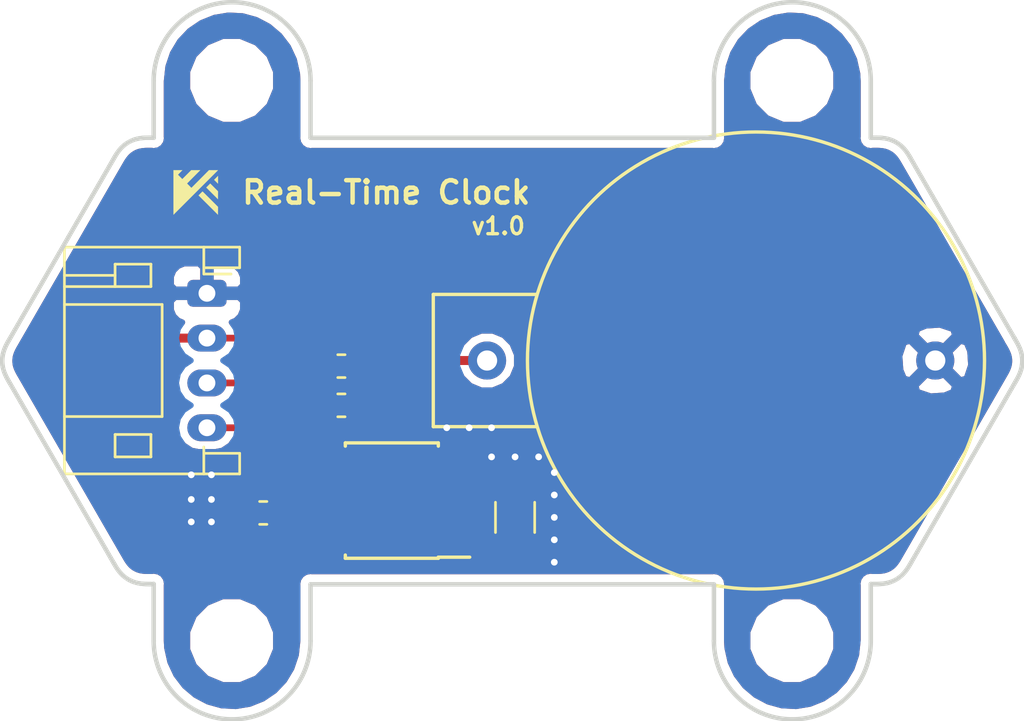
<source format=kicad_pcb>
(kicad_pcb (version 20171130) (host pcbnew 5.0.2-5.fc29)

  (general
    (thickness 1.6)
    (drawings 295)
    (tracks 59)
    (zones 0)
    (modules 12)
    (nets 9)
  )

  (page A4)
  (layers
    (0 F.Cu signal hide)
    (31 B.Cu signal hide)
    (32 B.Adhes user)
    (33 F.Adhes user)
    (34 B.Paste user)
    (35 F.Paste user)
    (36 B.SilkS user)
    (37 F.SilkS user)
    (38 B.Mask user)
    (39 F.Mask user)
    (40 Dwgs.User user)
    (41 Cmts.User user)
    (42 Eco1.User user)
    (43 Eco2.User user)
    (44 Edge.Cuts user)
    (45 Margin user)
    (46 B.CrtYd user)
    (47 F.CrtYd user)
    (48 B.Fab user hide)
    (49 F.Fab user hide)
  )

  (setup
    (last_trace_width 0.3)
    (user_trace_width 0.25)
    (user_trace_width 0.3)
    (user_trace_width 0.35)
    (user_trace_width 0.4)
    (user_trace_width 0.5)
    (user_trace_width 0.6)
    (user_trace_width 0.7)
    (trace_clearance 0.2)
    (zone_clearance 0.508)
    (zone_45_only no)
    (trace_min 0.2)
    (segment_width 0.2)
    (edge_width 0.15)
    (via_size 0.8)
    (via_drill 0.4)
    (via_min_size 0.4)
    (via_min_drill 0.3)
    (user_via 0.6 0.3)
    (uvia_size 0.3)
    (uvia_drill 0.1)
    (uvias_allowed no)
    (uvia_min_size 0.2)
    (uvia_min_drill 0.1)
    (pcb_text_width 0.3)
    (pcb_text_size 1.5 1.5)
    (mod_edge_width 0.15)
    (mod_text_size 1 1)
    (mod_text_width 0.15)
    (pad_size 1.524 1.524)
    (pad_drill 0.762)
    (pad_to_mask_clearance 0.051)
    (solder_mask_min_width 0.25)
    (aux_axis_origin 0 0)
    (visible_elements FFFFFF7F)
    (pcbplotparams
      (layerselection 0x010fc_ffffffff)
      (usegerberextensions false)
      (usegerberattributes false)
      (usegerberadvancedattributes false)
      (creategerberjobfile false)
      (excludeedgelayer true)
      (linewidth 0.100000)
      (plotframeref false)
      (viasonmask false)
      (mode 1)
      (useauxorigin false)
      (hpglpennumber 1)
      (hpglpenspeed 20)
      (hpglpendiameter 15.000000)
      (psnegative false)
      (psa4output false)
      (plotreference true)
      (plotvalue true)
      (plotinvisibletext false)
      (padsonsilk false)
      (subtractmaskfromsilk false)
      (outputformat 1)
      (mirror false)
      (drillshape 1)
      (scaleselection 1)
      (outputdirectory ""))
  )

  (net 0 "")
  (net 1 VCC)
  (net 2 SCL)
  (net 3 SDA)
  (net 4 X1)
  (net 5 X2)
  (net 6 VBAT)
  (net 7 GND)
  (net 8 "Net-(U1-Pad7)")

  (net_class Default "This is the default net class."
    (clearance 0.2)
    (trace_width 0.25)
    (via_dia 0.8)
    (via_drill 0.4)
    (uvia_dia 0.3)
    (uvia_drill 0.1)
    (add_net GND)
    (add_net "Net-(U1-Pad7)")
    (add_net SCL)
    (add_net SDA)
    (add_net VBAT)
    (add_net VCC)
    (add_net X1)
    (add_net X2)
  )

  (module Connector_JST:JST_PH_S4B-PH-K_1x04_P2.00mm_Horizontal (layer F.Cu) (tedit 5CA5FF3F) (tstamp 5CA670E2)
    (at 209 84.5 270)
    (descr "JST PH series connector, S4B-PH-K (http://www.jst-mfg.com/product/pdf/eng/ePH.pdf), generated with kicad-footprint-generator")
    (tags "connector JST PH top entry")
    (path /5B35FA95)
    (fp_text reference J1 (at 3 -2.55 270) (layer F.SilkS) hide
      (effects (font (size 1 1) (thickness 0.15)))
    )
    (fp_text value Conn_01x04 (at 3 7.45 270) (layer F.Fab)
      (effects (font (size 1 1) (thickness 0.15)))
    )
    (fp_line (start -0.86 0.14) (end -1.14 0.14) (layer F.SilkS) (width 0.12))
    (fp_line (start -1.14 0.14) (end -1.14 -1.46) (layer F.SilkS) (width 0.12))
    (fp_line (start -1.14 -1.46) (end -2.06 -1.46) (layer F.SilkS) (width 0.12))
    (fp_line (start -2.06 -1.46) (end -2.06 6.36) (layer F.SilkS) (width 0.12))
    (fp_line (start -2.06 6.36) (end 8.06 6.36) (layer F.SilkS) (width 0.12))
    (fp_line (start 8.06 6.36) (end 8.06 -1.46) (layer F.SilkS) (width 0.12))
    (fp_line (start 8.06 -1.46) (end 7.14 -1.46) (layer F.SilkS) (width 0.12))
    (fp_line (start 7.14 -1.46) (end 7.14 0.14) (layer F.SilkS) (width 0.12))
    (fp_line (start 7.14 0.14) (end 6.86 0.14) (layer F.SilkS) (width 0.12))
    (fp_line (start 0.5 6.36) (end 0.5 2) (layer F.SilkS) (width 0.12))
    (fp_line (start 0.5 2) (end 5.5 2) (layer F.SilkS) (width 0.12))
    (fp_line (start 5.5 2) (end 5.5 6.36) (layer F.SilkS) (width 0.12))
    (fp_line (start -2.06 0.14) (end -1.14 0.14) (layer F.SilkS) (width 0.12))
    (fp_line (start 8.06 0.14) (end 7.14 0.14) (layer F.SilkS) (width 0.12))
    (fp_line (start -1.3 2.5) (end -1.3 4.1) (layer F.SilkS) (width 0.12))
    (fp_line (start -1.3 4.1) (end -0.3 4.1) (layer F.SilkS) (width 0.12))
    (fp_line (start -0.3 4.1) (end -0.3 2.5) (layer F.SilkS) (width 0.12))
    (fp_line (start -0.3 2.5) (end -1.3 2.5) (layer F.SilkS) (width 0.12))
    (fp_line (start 7.3 2.5) (end 7.3 4.1) (layer F.SilkS) (width 0.12))
    (fp_line (start 7.3 4.1) (end 6.3 4.1) (layer F.SilkS) (width 0.12))
    (fp_line (start 6.3 4.1) (end 6.3 2.5) (layer F.SilkS) (width 0.12))
    (fp_line (start 6.3 2.5) (end 7.3 2.5) (layer F.SilkS) (width 0.12))
    (fp_line (start -0.3 4.1) (end -0.3 6.36) (layer F.SilkS) (width 0.12))
    (fp_line (start -0.8 4.1) (end -0.8 6.36) (layer F.SilkS) (width 0.12))
    (fp_line (start -2.45 -1.85) (end -2.45 6.75) (layer F.CrtYd) (width 0.05))
    (fp_line (start -2.45 6.75) (end 8.45 6.75) (layer F.CrtYd) (width 0.05))
    (fp_line (start 8.45 6.75) (end 8.45 -1.85) (layer F.CrtYd) (width 0.05))
    (fp_line (start 8.45 -1.85) (end -2.45 -1.85) (layer F.CrtYd) (width 0.05))
    (fp_line (start -1.25 0.25) (end -1.25 -1.35) (layer F.Fab) (width 0.1))
    (fp_line (start -1.25 -1.35) (end -1.95 -1.35) (layer F.Fab) (width 0.1))
    (fp_line (start -1.95 -1.35) (end -1.95 6.25) (layer F.Fab) (width 0.1))
    (fp_line (start -1.95 6.25) (end 7.95 6.25) (layer F.Fab) (width 0.1))
    (fp_line (start 7.95 6.25) (end 7.95 -1.35) (layer F.Fab) (width 0.1))
    (fp_line (start 7.95 -1.35) (end 7.25 -1.35) (layer F.Fab) (width 0.1))
    (fp_line (start 7.25 -1.35) (end 7.25 0.25) (layer F.Fab) (width 0.1))
    (fp_line (start 7.25 0.25) (end -1.25 0.25) (layer F.Fab) (width 0.1))
    (fp_line (start -0.86 0.14) (end -0.86 -1.075) (layer F.SilkS) (width 0.12))
    (fp_line (start 0 0.875) (end -0.5 1.375) (layer F.Fab) (width 0.1))
    (fp_line (start -0.5 1.375) (end 0.5 1.375) (layer F.Fab) (width 0.1))
    (fp_line (start 0.5 1.375) (end 0 0.875) (layer F.Fab) (width 0.1))
    (fp_text user %R (at 3 2.5 270) (layer F.Fab)
      (effects (font (size 1 1) (thickness 0.15)))
    )
    (pad 1 thru_hole roundrect (at 0 0 270) (size 1.2 1.75) (drill 0.75) (layers *.Cu *.Mask) (roundrect_rratio 0.208333)
      (net 7 GND))
    (pad 2 thru_hole oval (at 2 0 270) (size 1.2 1.75) (drill 0.75) (layers *.Cu *.Mask)
      (net 1 VCC))
    (pad 3 thru_hole oval (at 4 0 270) (size 1.2 1.75) (drill 0.75) (layers *.Cu *.Mask)
      (net 3 SDA))
    (pad 4 thru_hole oval (at 6 0 270) (size 1.2 1.75) (drill 0.75) (layers *.Cu *.Mask)
      (net 2 SCL))
    (model ${KISYS3DMOD}/Connector_JST.3dshapes/JST_PH_S4B-PH-K_1x04_P2.00mm_Horizontal.wrl
      (at (xyz 0 0 0))
      (scale (xyz 1 1 1))
      (rotate (xyz 0 0 0))
    )
  )

  (module MountingHole:MountingHole_3mm locked (layer F.Cu) (tedit 5CA5FB11) (tstamp 5CA60AD1)
    (at 210.1 100)
    (descr "Mounting Hole 3mm, no annular")
    (tags "mounting hole 3mm no annular")
    (attr virtual)
    (fp_text reference REF** (at 0 -4) (layer F.SilkS) hide
      (effects (font (size 1 1) (thickness 0.15)))
    )
    (fp_text value MountingHole_3mm (at 0 4) (layer F.Fab)
      (effects (font (size 1 1) (thickness 0.15)))
    )
    (fp_circle (center 0 0) (end 3.25 0) (layer F.CrtYd) (width 0.05))
    (fp_circle (center 0 0) (end 3 0) (layer Cmts.User) (width 0.15))
    (fp_text user %R (at 0.3 0) (layer F.Fab)
      (effects (font (size 1 1) (thickness 0.15)))
    )
    (pad 1 np_thru_hole circle (at 0 0) (size 3 3) (drill 3) (layers *.Cu *.Mask))
  )

  (module MountingHole:MountingHole_3mm locked (layer F.Cu) (tedit 5CA5FB11) (tstamp 5CA60ABA)
    (at 235.1 100)
    (descr "Mounting Hole 3mm, no annular")
    (tags "mounting hole 3mm no annular")
    (attr virtual)
    (fp_text reference REF** (at 0 -4) (layer F.SilkS) hide
      (effects (font (size 1 1) (thickness 0.15)))
    )
    (fp_text value MountingHole_3mm (at 0 4) (layer F.Fab)
      (effects (font (size 1 1) (thickness 0.15)))
    )
    (fp_text user %R (at 0.3 0) (layer F.Fab)
      (effects (font (size 1 1) (thickness 0.15)))
    )
    (fp_circle (center 0 0) (end 3 0) (layer Cmts.User) (width 0.15))
    (fp_circle (center 0 0) (end 3.25 0) (layer F.CrtYd) (width 0.05))
    (pad 1 np_thru_hole circle (at 0 0) (size 3 3) (drill 3) (layers *.Cu *.Mask))
  )

  (module MountingHole:MountingHole_3mm locked (layer F.Cu) (tedit 5CA5FB11) (tstamp 5CA60A6E)
    (at 210.1 75)
    (descr "Mounting Hole 3mm, no annular")
    (tags "mounting hole 3mm no annular")
    (attr virtual)
    (fp_text reference REF** (at 0 -4) (layer F.SilkS) hide
      (effects (font (size 1 1) (thickness 0.15)))
    )
    (fp_text value MountingHole_3mm (at 0 4) (layer F.Fab)
      (effects (font (size 1 1) (thickness 0.15)))
    )
    (fp_text user %R (at 0.3 0) (layer F.Fab)
      (effects (font (size 1 1) (thickness 0.15)))
    )
    (fp_circle (center 0 0) (end 3 0) (layer Cmts.User) (width 0.15))
    (fp_circle (center 0 0) (end 3.25 0) (layer F.CrtYd) (width 0.05))
    (pad 1 np_thru_hole circle (at 0 0) (size 3 3) (drill 3) (layers *.Cu *.Mask))
  )

  (module GiraffeTech-Battery:BL-25T-GLT (layer F.Cu) (tedit 5CA5FAD9) (tstamp 5CA5FC88)
    (at 221.5 87.5)
    (path /5B35F5BE)
    (fp_text reference BT1 (at 12 -12) (layer F.SilkS) hide
      (effects (font (size 1 1) (thickness 0.15)))
    )
    (fp_text value "Lithium 3V" (at 12 12) (layer F.Fab)
      (effects (font (size 1 1) (thickness 0.15)))
    )
    (fp_line (start -2.4 -2.95) (end 2.2 -2.95) (layer F.SilkS) (width 0.15))
    (fp_line (start -2.4 2.95) (end 2.2 2.95) (layer F.SilkS) (width 0.15))
    (fp_line (start -2.4 -2.95) (end -2.4 2.95) (layer F.SilkS) (width 0.15))
    (fp_circle (center 12 0) (end 22 2) (layer F.SilkS) (width 0.15))
    (pad 1 thru_hole circle (at 0 0) (size 1.7 1.7) (drill 0.9) (layers *.Cu *.Mask)
      (net 6 VBAT))
    (pad 2 thru_hole circle (at 20 0) (size 1.7 1.7) (drill 0.9) (layers *.Cu *.Mask)
      (net 7 GND))
  )

  (module Capacitor_SMD:C_0603_1608Metric (layer F.Cu) (tedit 5CA5FC48) (tstamp 5CAC4156)
    (at 211.5125 94.3 180)
    (descr "Capacitor SMD 0603 (1608 Metric), square (rectangular) end terminal, IPC_7351 nominal, (Body size source: http://www.tortai-tech.com/upload/download/2011102023233369053.pdf), generated with kicad-footprint-generator")
    (tags capacitor)
    (path /5B36110B)
    (attr smd)
    (fp_text reference C1 (at 0 -1.43 180) (layer F.SilkS) hide
      (effects (font (size 1 1) (thickness 0.15)))
    )
    (fp_text value 0.1uF (at 0 1.43 180) (layer F.Fab)
      (effects (font (size 1 1) (thickness 0.15)))
    )
    (fp_line (start -0.8 0.4) (end -0.8 -0.4) (layer F.Fab) (width 0.1))
    (fp_line (start -0.8 -0.4) (end 0.8 -0.4) (layer F.Fab) (width 0.1))
    (fp_line (start 0.8 -0.4) (end 0.8 0.4) (layer F.Fab) (width 0.1))
    (fp_line (start 0.8 0.4) (end -0.8 0.4) (layer F.Fab) (width 0.1))
    (fp_line (start -0.162779 -0.51) (end 0.162779 -0.51) (layer F.SilkS) (width 0.12))
    (fp_line (start -0.162779 0.51) (end 0.162779 0.51) (layer F.SilkS) (width 0.12))
    (fp_line (start -1.48 0.73) (end -1.48 -0.73) (layer F.CrtYd) (width 0.05))
    (fp_line (start -1.48 -0.73) (end 1.48 -0.73) (layer F.CrtYd) (width 0.05))
    (fp_line (start 1.48 -0.73) (end 1.48 0.73) (layer F.CrtYd) (width 0.05))
    (fp_line (start 1.48 0.73) (end -1.48 0.73) (layer F.CrtYd) (width 0.05))
    (fp_text user %R (at 0 0 180) (layer F.Fab)
      (effects (font (size 0.4 0.4) (thickness 0.06)))
    )
    (pad 1 smd roundrect (at -0.7875 0 180) (size 0.875 0.95) (layers F.Cu F.Paste F.Mask) (roundrect_rratio 0.25)
      (net 1 VCC))
    (pad 2 smd roundrect (at 0.7875 0 180) (size 0.875 0.95) (layers F.Cu F.Paste F.Mask) (roundrect_rratio 0.25)
      (net 7 GND))
    (model ${KISYS3DMOD}/Capacitor_SMD.3dshapes/C_0603_1608Metric.wrl
      (at (xyz 0 0 0))
      (scale (xyz 1 1 1))
      (rotate (xyz 0 0 0))
    )
  )

  (module Crystal:Crystal_SMD_3215-2Pin_3.2x1.5mm (layer F.Cu) (tedit 5CA5FBFE) (tstamp 5CAC4114)
    (at 222.75 94.5 270)
    (descr "SMD Crystal FC-135 https://support.epson.biz/td/api/doc_check.php?dl=brief_FC-135R_en.pdf")
    (tags "SMD SMT Crystal")
    (path /5B35EF7A)
    (attr smd)
    (fp_text reference Y1 (at 0 -2 270) (layer F.SilkS) hide
      (effects (font (size 1 1) (thickness 0.15)))
    )
    (fp_text value 32.768kHz (at 0 2 270) (layer F.Fab)
      (effects (font (size 1 1) (thickness 0.15)))
    )
    (fp_text user %R (at 0 -2 270) (layer F.Fab)
      (effects (font (size 1 1) (thickness 0.15)))
    )
    (fp_line (start -2 -1.15) (end 2 -1.15) (layer F.CrtYd) (width 0.05))
    (fp_line (start -1.6 -0.75) (end -1.6 0.75) (layer F.Fab) (width 0.1))
    (fp_line (start -0.675 0.875) (end 0.675 0.875) (layer F.SilkS) (width 0.12))
    (fp_line (start -0.675 -0.875) (end 0.675 -0.875) (layer F.SilkS) (width 0.12))
    (fp_line (start 1.6 -0.75) (end 1.6 0.75) (layer F.Fab) (width 0.1))
    (fp_line (start -1.6 -0.75) (end 1.6 -0.75) (layer F.Fab) (width 0.1))
    (fp_line (start -1.6 0.75) (end 1.6 0.75) (layer F.Fab) (width 0.1))
    (fp_line (start -2 1.15) (end 2 1.15) (layer F.CrtYd) (width 0.05))
    (fp_line (start -2 -1.15) (end -2 1.15) (layer F.CrtYd) (width 0.05))
    (fp_line (start 2 -1.15) (end 2 1.15) (layer F.CrtYd) (width 0.05))
    (pad 1 smd rect (at 1.25 0 270) (size 1 1.8) (layers F.Cu F.Paste F.Mask)
      (net 4 X1))
    (pad 2 smd rect (at -1.25 0 270) (size 1 1.8) (layers F.Cu F.Paste F.Mask)
      (net 5 X2))
    (model ${KISYS3DMOD}/Crystal.3dshapes/Crystal_SMD_3215-2Pin_3.2x1.5mm.wrl
      (at (xyz 0 0 0))
      (scale (xyz 1 1 1))
      (rotate (xyz 0 0 0))
    )
  )

  (module Package_SO:SOIC-8_3.9x4.9mm_P1.27mm (layer F.Cu) (tedit 5CA5FBCB) (tstamp 5CAC40F7)
    (at 217.25 93.75 180)
    (descr "8-Lead Plastic Small Outline (SN) - Narrow, 3.90 mm Body [SOIC] (see Microchip Packaging Specification 00000049BS.pdf)")
    (tags "SOIC 1.27")
    (path /5B35ED97)
    (attr smd)
    (fp_text reference U1 (at 0 -3.5 180) (layer F.SilkS) hide
      (effects (font (size 1 1) (thickness 0.15)))
    )
    (fp_text value DS1307Z+ (at 0 3.5 180) (layer F.Fab)
      (effects (font (size 1 1) (thickness 0.15)))
    )
    (fp_text user %R (at 0 0 180) (layer F.Fab)
      (effects (font (size 1 1) (thickness 0.15)))
    )
    (fp_line (start -0.95 -2.45) (end 1.95 -2.45) (layer F.Fab) (width 0.1))
    (fp_line (start 1.95 -2.45) (end 1.95 2.45) (layer F.Fab) (width 0.1))
    (fp_line (start 1.95 2.45) (end -1.95 2.45) (layer F.Fab) (width 0.1))
    (fp_line (start -1.95 2.45) (end -1.95 -1.45) (layer F.Fab) (width 0.1))
    (fp_line (start -1.95 -1.45) (end -0.95 -2.45) (layer F.Fab) (width 0.1))
    (fp_line (start -3.73 -2.7) (end -3.73 2.7) (layer F.CrtYd) (width 0.05))
    (fp_line (start 3.73 -2.7) (end 3.73 2.7) (layer F.CrtYd) (width 0.05))
    (fp_line (start -3.73 -2.7) (end 3.73 -2.7) (layer F.CrtYd) (width 0.05))
    (fp_line (start -3.73 2.7) (end 3.73 2.7) (layer F.CrtYd) (width 0.05))
    (fp_line (start -2.075 -2.575) (end -2.075 -2.525) (layer F.SilkS) (width 0.15))
    (fp_line (start 2.075 -2.575) (end 2.075 -2.43) (layer F.SilkS) (width 0.15))
    (fp_line (start 2.075 2.575) (end 2.075 2.43) (layer F.SilkS) (width 0.15))
    (fp_line (start -2.075 2.575) (end -2.075 2.43) (layer F.SilkS) (width 0.15))
    (fp_line (start -2.075 -2.575) (end 2.075 -2.575) (layer F.SilkS) (width 0.15))
    (fp_line (start -2.075 2.575) (end 2.075 2.575) (layer F.SilkS) (width 0.15))
    (fp_line (start -2.075 -2.525) (end -3.475 -2.525) (layer F.SilkS) (width 0.15))
    (pad 1 smd rect (at -2.7 -1.905 180) (size 1.55 0.6) (layers F.Cu F.Paste F.Mask)
      (net 4 X1))
    (pad 2 smd rect (at -2.7 -0.635 180) (size 1.55 0.6) (layers F.Cu F.Paste F.Mask)
      (net 5 X2))
    (pad 3 smd rect (at -2.7 0.635 180) (size 1.55 0.6) (layers F.Cu F.Paste F.Mask)
      (net 6 VBAT))
    (pad 4 smd rect (at -2.7 1.905 180) (size 1.55 0.6) (layers F.Cu F.Paste F.Mask)
      (net 7 GND))
    (pad 5 smd rect (at 2.7 1.905 180) (size 1.55 0.6) (layers F.Cu F.Paste F.Mask)
      (net 3 SDA))
    (pad 6 smd rect (at 2.7 0.635 180) (size 1.55 0.6) (layers F.Cu F.Paste F.Mask)
      (net 2 SCL))
    (pad 7 smd rect (at 2.7 -0.635 180) (size 1.55 0.6) (layers F.Cu F.Paste F.Mask)
      (net 8 "Net-(U1-Pad7)"))
    (pad 8 smd rect (at 2.7 -1.905 180) (size 1.55 0.6) (layers F.Cu F.Paste F.Mask)
      (net 1 VCC))
    (model ${KISYS3DMOD}/Package_SO.3dshapes/SOIC-8_3.9x4.9mm_P1.27mm.wrl
      (at (xyz 0 0 0))
      (scale (xyz 1 1 1))
      (rotate (xyz 0 0 0))
    )
  )

  (module Resistor_SMD:R_0603_1608Metric (layer F.Cu) (tedit 5CA5FC11) (tstamp 5CAC40DA)
    (at 215 89.5)
    (descr "Resistor SMD 0603 (1608 Metric), square (rectangular) end terminal, IPC_7351 nominal, (Body size source: http://www.tortai-tech.com/upload/download/2011102023233369053.pdf), generated with kicad-footprint-generator")
    (tags resistor)
    (path /5B35FF33)
    (attr smd)
    (fp_text reference R2 (at 0 -1.43) (layer F.SilkS) hide
      (effects (font (size 1 1) (thickness 0.15)))
    )
    (fp_text value 10k (at 0 1.43) (layer F.Fab)
      (effects (font (size 1 1) (thickness 0.15)))
    )
    (fp_text user %R (at 0 0) (layer F.Fab)
      (effects (font (size 0.4 0.4) (thickness 0.06)))
    )
    (fp_line (start 1.48 0.73) (end -1.48 0.73) (layer F.CrtYd) (width 0.05))
    (fp_line (start 1.48 -0.73) (end 1.48 0.73) (layer F.CrtYd) (width 0.05))
    (fp_line (start -1.48 -0.73) (end 1.48 -0.73) (layer F.CrtYd) (width 0.05))
    (fp_line (start -1.48 0.73) (end -1.48 -0.73) (layer F.CrtYd) (width 0.05))
    (fp_line (start -0.162779 0.51) (end 0.162779 0.51) (layer F.SilkS) (width 0.12))
    (fp_line (start -0.162779 -0.51) (end 0.162779 -0.51) (layer F.SilkS) (width 0.12))
    (fp_line (start 0.8 0.4) (end -0.8 0.4) (layer F.Fab) (width 0.1))
    (fp_line (start 0.8 -0.4) (end 0.8 0.4) (layer F.Fab) (width 0.1))
    (fp_line (start -0.8 -0.4) (end 0.8 -0.4) (layer F.Fab) (width 0.1))
    (fp_line (start -0.8 0.4) (end -0.8 -0.4) (layer F.Fab) (width 0.1))
    (pad 2 smd roundrect (at 0.7875 0) (size 0.875 0.95) (layers F.Cu F.Paste F.Mask) (roundrect_rratio 0.25)
      (net 3 SDA))
    (pad 1 smd roundrect (at -0.7875 0) (size 0.875 0.95) (layers F.Cu F.Paste F.Mask) (roundrect_rratio 0.25)
      (net 1 VCC))
    (model ${KISYS3DMOD}/Resistor_SMD.3dshapes/R_0603_1608Metric.wrl
      (at (xyz 0 0 0))
      (scale (xyz 1 1 1))
      (rotate (xyz 0 0 0))
    )
  )

  (module Resistor_SMD:R_0603_1608Metric (layer F.Cu) (tedit 5CA5FC19) (tstamp 5CAC40C9)
    (at 215 87.75)
    (descr "Resistor SMD 0603 (1608 Metric), square (rectangular) end terminal, IPC_7351 nominal, (Body size source: http://www.tortai-tech.com/upload/download/2011102023233369053.pdf), generated with kicad-footprint-generator")
    (tags resistor)
    (path /5B35FF09)
    (attr smd)
    (fp_text reference R1 (at 0 -1.43) (layer F.SilkS) hide
      (effects (font (size 1 1) (thickness 0.15)))
    )
    (fp_text value 10k (at 0 1.43) (layer F.Fab)
      (effects (font (size 1 1) (thickness 0.15)))
    )
    (fp_line (start -0.8 0.4) (end -0.8 -0.4) (layer F.Fab) (width 0.1))
    (fp_line (start -0.8 -0.4) (end 0.8 -0.4) (layer F.Fab) (width 0.1))
    (fp_line (start 0.8 -0.4) (end 0.8 0.4) (layer F.Fab) (width 0.1))
    (fp_line (start 0.8 0.4) (end -0.8 0.4) (layer F.Fab) (width 0.1))
    (fp_line (start -0.162779 -0.51) (end 0.162779 -0.51) (layer F.SilkS) (width 0.12))
    (fp_line (start -0.162779 0.51) (end 0.162779 0.51) (layer F.SilkS) (width 0.12))
    (fp_line (start -1.48 0.73) (end -1.48 -0.73) (layer F.CrtYd) (width 0.05))
    (fp_line (start -1.48 -0.73) (end 1.48 -0.73) (layer F.CrtYd) (width 0.05))
    (fp_line (start 1.48 -0.73) (end 1.48 0.73) (layer F.CrtYd) (width 0.05))
    (fp_line (start 1.48 0.73) (end -1.48 0.73) (layer F.CrtYd) (width 0.05))
    (fp_text user %R (at 0 0) (layer F.Fab)
      (effects (font (size 0.4 0.4) (thickness 0.06)))
    )
    (pad 1 smd roundrect (at -0.7875 0) (size 0.875 0.95) (layers F.Cu F.Paste F.Mask) (roundrect_rratio 0.25)
      (net 1 VCC))
    (pad 2 smd roundrect (at 0.7875 0) (size 0.875 0.95) (layers F.Cu F.Paste F.Mask) (roundrect_rratio 0.25)
      (net 2 SCL))
    (model ${KISYS3DMOD}/Resistor_SMD.3dshapes/R_0603_1608Metric.wrl
      (at (xyz 0 0 0))
      (scale (xyz 1 1 1))
      (rotate (xyz 0 0 0))
    )
  )

  (module MountingHole:MountingHole_3mm locked (layer F.Cu) (tedit 5CA5FB11) (tstamp 5CA60A17)
    (at 235.1 75)
    (descr "Mounting Hole 3mm, no annular")
    (tags "mounting hole 3mm no annular")
    (attr virtual)
    (fp_text reference REF** (at 0 -4) (layer F.SilkS) hide
      (effects (font (size 1 1) (thickness 0.15)))
    )
    (fp_text value MountingHole_3mm (at 0 4) (layer F.Fab)
      (effects (font (size 1 1) (thickness 0.15)))
    )
    (fp_circle (center 0 0) (end 3.25 0) (layer F.CrtYd) (width 0.05))
    (fp_circle (center 0 0) (end 3 0) (layer Cmts.User) (width 0.15))
    (fp_text user %R (at 0.3 0) (layer F.Fab)
      (effects (font (size 1 1) (thickness 0.15)))
    )
    (pad 1 np_thru_hole circle (at 0 0) (size 3 3) (drill 3) (layers *.Cu *.Mask))
  )

  (module GiraffeTech-Utility:MakerPlayground_logo_2x2mm (layer F.Cu) (tedit 0) (tstamp 5CA68FBD)
    (at 208.5 80)
    (fp_text reference G*** (at 0 0) (layer F.SilkS) hide
      (effects (font (size 1.524 1.524) (thickness 0.3)))
    )
    (fp_text value LOGO (at 0.75 0) (layer F.SilkS) hide
      (effects (font (size 1.524 1.524) (thickness 0.3)))
    )
    (fp_poly (pts (xy 0.992188 -0.564543) (xy 0.992164 -0.528929) (xy 0.992097 -0.495895) (xy 0.991991 -0.466261)
      (xy 0.991852 -0.440843) (xy 0.991684 -0.420459) (xy 0.991492 -0.405926) (xy 0.991282 -0.398062)
      (xy 0.99116 -0.396875) (xy 0.988207 -0.399571) (xy 0.980351 -0.407199) (xy 0.968291 -0.419067)
      (xy 0.952725 -0.434484) (xy 0.934354 -0.452758) (xy 0.913876 -0.4732) (xy 0.906847 -0.480231)
      (xy 0.823563 -0.563586) (xy 0.907875 -0.647899) (xy 0.992188 -0.732211) (xy 0.992188 -0.564543)) (layer F.SilkS) (width 0.01))
    (fp_poly (pts (xy 0.992272 -0.049513) (xy 0.991238 0.124084) (xy 0.990203 0.297682) (xy 0.731231 0.038685)
      (xy 0.472259 -0.220311) (xy 0.559597 -0.307581) (xy 0.646934 -0.394851) (xy 0.992272 -0.049513)) (layer F.SilkS) (width 0.01))
    (fp_poly (pts (xy 0.306845 -0.036934) (xy 0.315366 -0.028902) (xy 0.328804 -0.015931) (xy 0.346812 0.001638)
      (xy 0.369045 0.023463) (xy 0.39516 0.049204) (xy 0.424812 0.078521) (xy 0.457655 0.111071)
      (xy 0.493344 0.146515) (xy 0.531535 0.184511) (xy 0.571883 0.224719) (xy 0.614044 0.266798)
      (xy 0.649934 0.302669) (xy 0.992273 0.645025) (xy 0.990203 0.990203) (xy 0.559594 0.560703)
      (xy 0.128984 0.131202) (xy 0.214278 0.045757) (xy 0.235683 0.024442) (xy 0.255382 0.005068)
      (xy 0.272657 -0.011676) (xy 0.28679 -0.025103) (xy 0.297063 -0.034528) (xy 0.302757 -0.039261)
      (xy 0.303583 -0.039687) (xy 0.306845 -0.036934)) (layer F.SilkS) (width 0.01))
    (fp_poly (pts (xy 0.790777 -0.991434) (xy 0.988227 -0.990203) (xy -0.992187 0.990197) (xy -0.992187 -0.992187)
      (xy -0.601395 -0.992187) (xy -0.646963 -0.945555) (xy -0.665935 -0.926151) (xy -0.688266 -0.903332)
      (xy -0.711752 -0.879346) (xy -0.734194 -0.856442) (xy -0.745114 -0.845303) (xy -0.797697 -0.791685)
      (xy -0.698482 -0.692529) (xy -0.599266 -0.593373) (xy -0.399829 -0.79278) (xy -0.200393 -0.992187)
      (xy 0.195473 -0.992187) (xy -0.099139 -0.695955) (xy -0.39375 -0.399723) (xy -0.194618 -0.200591)
      (xy 0.199355 -0.596628) (xy 0.593328 -0.992663) (xy 0.790777 -0.991434)) (layer F.SilkS) (width 0.01))
  )

  (gr_text v1.0 (at 222 81.5) (layer F.SilkS)
    (effects (font (size 0.75 0.75) (thickness 0.15)))
  )
  (gr_text "Real-Time Clock" (at 217 80) (layer F.SilkS)
    (effects (font (size 1 1) (thickness 0.2)))
  )
  (gr_line (start 239.458 77.6319) (end 239.378 77.6099) (layer Edge.Cuts) (width 0.2))
  (gr_line (start 200.156 88.428) (end 200.176 88.463) (layer Edge.Cuts) (width 0.2))
  (gr_line (start 199.934 87.957) (end 199.961 88.033) (layer Edge.Cuts) (width 0.2))
  (gr_line (start 239.835 77.8129) (end 239.764 77.768) (layer Edge.Cuts) (width 0.2))
  (gr_line (start 243.539 91.118) (end 243.892 90.507) (layer Edge.Cuts) (width 0.2))
  (gr_line (start 245.03 88.536) (end 245.061 88.481) (layer Edge.Cuts) (width 0.2))
  (gr_line (start 238.837 77.557) (end 238.798 77.557) (layer Edge.Cuts) (width 0.2))
  (gr_line (start 200.11 88.347) (end 200.135 88.392) (layer Edge.Cuts) (width 0.2))
  (gr_line (start 203.802 94.742) (end 204.086 95.235) (layer Edge.Cuts) (width 0.2))
  (gr_line (start 201.294 84.6335) (end 200.995 85.152) (layer Edge.Cuts) (width 0.2))
  (gr_line (start 200.326 86.3108) (end 200.257 86.4304) (layer Edge.Cuts) (width 0.2))
  (gr_line (start 204.725 78.692) (end 204.642 78.8351) (layer Edge.Cuts) (width 0.2))
  (gr_line (start 201.64 84.0346) (end 201.294 84.6335) (layer Edge.Cuts) (width 0.2))
  (gr_line (start 240.087 78.029) (end 240.03 77.97) (layer Edge.Cuts) (width 0.2))
  (gr_line (start 239.002 77.56) (end 238.94 77.558) (layer Edge.Cuts) (width 0.2))
  (gr_line (start 239.07 77.5639) (end 239.002 77.56) (layer Edge.Cuts) (width 0.2))
  (gr_line (start 204.859 78.4596) (end 204.839 78.4935) (layer Edge.Cuts) (width 0.2))
  (gr_line (start 206.091 97.461) (end 206.165 97.468) (layer Edge.Cuts) (width 0.2))
  (gr_line (start 205.544 97.298) (end 205.62 97.335) (layer Edge.Cuts) (width 0.2))
  (gr_line (start 205.62 97.335) (end 205.697 97.368) (layer Edge.Cuts) (width 0.2))
  (gr_line (start 231.623 100.012) (end 231.623 97.487) (layer Edge.Cuts) (width 0.2))
  (gr_line (start 202.812 82.0053) (end 202.413 82.6957) (layer Edge.Cuts) (width 0.2))
  (gr_line (start 204.524 79.039) (end 204.364 79.317) (layer Edge.Cuts) (width 0.2))
  (gr_line (start 245.041 86.5168) (end 245.041 86.5163) (layer Edge.Cuts) (width 0.2))
  (gr_line (start 245.38 87.4174) (end 245.372 87.3338) (layer Edge.Cuts) (width 0.2))
  (gr_line (start 245.202 86.8065) (end 245.172 86.7474) (layer Edge.Cuts) (width 0.2))
  (gr_line (start 245.061 88.481) (end 245.083 88.443) (layer Edge.Cuts) (width 0.2))
  (gr_line (start 204.908 78.3753) (end 204.881 78.4211) (layer Edge.Cuts) (width 0.2))
  (gr_line (start 204.881 78.4211) (end 204.859 78.4596) (layer Edge.Cuts) (width 0.2))
  (gr_line (start 200.203 88.508) (end 200.243 88.578) (layer Edge.Cuts) (width 0.2))
  (gr_line (start 204.486 95.926) (end 204.614 96.149) (layer Edge.Cuts) (width 0.2))
  (gr_line (start 200.257 86.4304) (end 200.212 86.5089) (layer Edge.Cuts) (width 0.2))
  (gr_line (start 200.141 86.6305) (end 200.117 86.6728) (layer Edge.Cuts) (width 0.2))
  (gr_line (start 206.623 100.012) (end 206.623 97.472) (layer Edge.Cuts) (width 0.2))
  (gr_line (start 201.543 90.83) (end 201.913 91.471) (layer Edge.Cuts) (width 0.2))
  (gr_line (start 202.305 92.15) (end 202.705 92.842) (layer Edge.Cuts) (width 0.2))
  (gr_line (start 239.69 77.7272) (end 239.614 77.6908) (layer Edge.Cuts) (width 0.2))
  (gr_line (start 240.411 78.4964) (end 240.391 78.4624) (layer Edge.Cuts) (width 0.2))
  (gr_line (start 241.051 95.427) (end 241.309 94.98) (layer Edge.Cuts) (width 0.2))
  (gr_line (start 240.46 96.45) (end 240.511 96.362) (layer Edge.Cuts) (width 0.2))
  (gr_line (start 240.19 78.1518) (end 240.141 78.0901) (layer Edge.Cuts) (width 0.2))
  (gr_line (start 240.614 78.8492) (end 240.529 78.7017) (layer Edge.Cuts) (width 0.2))
  (gr_line (start 239.378 77.6099) (end 239.298 77.5926) (layer Edge.Cuts) (width 0.2))
  (gr_line (start 240.85 95.775) (end 241.051 95.427) (layer Edge.Cuts) (width 0.2))
  (gr_line (start 241.309 94.98) (end 241.622 94.438) (layer Edge.Cuts) (width 0.2))
  (gr_line (start 245.375 87.67) (end 245.382 87.586) (layer Edge.Cuts) (width 0.2))
  (gr_line (start 245.372 87.3338) (end 245.359 87.2511) (layer Edge.Cuts) (width 0.2))
  (gr_line (start 240.235 78.213) (end 240.19 78.1518) (layer Edge.Cuts) (width 0.2))
  (gr_line (start 213.623 100.012) (end 213.623 97.487) (layer Edge.Cuts) (width 0.2))
  (gr_line (start 204.875 96.6) (end 204.901 96.644) (layer Edge.Cuts) (width 0.2))
  (gr_line (start 204.901 96.644) (end 204.931 96.695) (layer Edge.Cuts) (width 0.2))
  (gr_line (start 239.764 77.768) (end 239.69 77.7272) (layer Edge.Cuts) (width 0.2))
  (gr_line (start 231.623 75.012) (end 231.623 77.562) (layer Edge.Cuts) (width 0.2))
  (gr_line (start 213.623 75.012) (end 213.623 77.562) (layer Edge.Cuts) (width 0.2))
  (gr_line (start 239.968 77.9141) (end 239.903 77.8617) (layer Edge.Cuts) (width 0.2))
  (gr_line (start 213.623 97.487) (end 231.623 97.487) (layer Edge.Cuts) (width 0.2))
  (gr_line (start 205.697 97.368) (end 205.776 97.396) (layer Edge.Cuts) (width 0.2))
  (gr_line (start 205.268 97.108) (end 205.333 97.161) (layer Edge.Cuts) (width 0.2))
  (gr_line (start 205.333 97.161) (end 205.4 97.211) (layer Edge.Cuts) (width 0.2))
  (gr_line (start 240.386 96.58) (end 240.405 96.546) (layer Edge.Cuts) (width 0.2))
  (gr_line (start 239.67 97.316) (end 239.744 97.276) (layer Edge.Cuts) (width 0.2))
  (gr_line (start 245.172 86.7474) (end 245.143 86.6947) (layer Edge.Cuts) (width 0.2))
  (gr_line (start 245.065 86.5581) (end 245.055 86.5414) (layer Edge.Cuts) (width 0.2))
  (gr_arc (start 235.123 100.012) (end 231.623 100.012) (angle -180) (layer Edge.Cuts) (width 0.2))
  (gr_line (start 238.798 77.557) (end 238.754 77.557) (layer Edge.Cuts) (width 0.2))
  (gr_line (start 239.614 77.6908) (end 239.537 77.659) (layer Edge.Cuts) (width 0.2))
  (gr_line (start 239.816 97.232) (end 239.885 97.185) (layer Edge.Cuts) (width 0.2))
  (gr_line (start 238.787 97.476) (end 238.826 97.476) (layer Edge.Cuts) (width 0.2))
  (gr_line (start 242.08 81.3871) (end 241.715 80.7552) (layer Edge.Cuts) (width 0.2))
  (gr_line (start 199.897 87.2136) (end 199.882 87.2957) (layer Edge.Cuts) (width 0.2))
  (gr_line (start 200.176 88.463) (end 200.203 88.508) (layer Edge.Cuts) (width 0.2))
  (gr_line (start 204.767 96.414) (end 204.808 96.484) (layer Edge.Cuts) (width 0.2))
  (gr_line (start 205.098 96.931) (end 205.151 96.992) (layer Edge.Cuts) (width 0.2))
  (gr_line (start 238.623 100.012) (end 238.623 97.472) (layer Edge.Cuts) (width 0.2))
  (gr_line (start 238.884 77.5572) (end 238.837 77.557) (layer Edge.Cuts) (width 0.2))
  (gr_line (start 245.319 87.0906) (end 245.293 87.0138) (layer Edge.Cuts) (width 0.2))
  (gr_line (start 244.454 89.534) (end 244.65 89.193) (layer Edge.Cuts) (width 0.2))
  (gr_line (start 243.262 83.4349) (end 242.868 82.7518) (layer Edge.Cuts) (width 0.2))
  (gr_line (start 240.391 78.4624) (end 240.369 78.4244) (layer Edge.Cuts) (width 0.2))
  (gr_line (start 245.078 86.581) (end 245.065 86.5581) (layer Edge.Cuts) (width 0.2))
  (gr_line (start 245.244 88.138) (end 245.274 88.067) (layer Edge.Cuts) (width 0.2))
  (gr_line (start 245.041 86.5158) (end 245.036 86.5075) (layer Edge.Cuts) (width 0.2))
  (gr_line (start 244.984 86.418) (end 244.923 86.312) (layer Edge.Cuts) (width 0.2))
  (gr_line (start 200.924 89.757) (end 201.208 90.25) (layer Edge.Cuts) (width 0.2))
  (gr_line (start 201.208 90.25) (end 201.543 90.83) (layer Edge.Cuts) (width 0.2))
  (gr_line (start 202.413 82.6957) (end 202.018 83.3805) (layer Edge.Cuts) (width 0.2))
  (gr_line (start 200.995 85.152) (end 200.753 85.5705) (layer Edge.Cuts) (width 0.2))
  (gr_line (start 240.311 78.328) (end 240.275 78.2721) (layer Edge.Cuts) (width 0.2))
  (gr_line (start 203.467 94.162) (end 203.802 94.742) (layer Edge.Cuts) (width 0.2))
  (gr_line (start 204.705 96.307) (end 204.767 96.414) (layer Edge.Cuts) (width 0.2))
  (gr_line (start 245.153 88.32) (end 245.183 88.265) (layer Edge.Cuts) (width 0.2))
  (gr_line (start 245.213 88.204) (end 245.244 88.138) (layer Edge.Cuts) (width 0.2))
  (gr_line (start 241.715 80.7552) (end 241.389 80.1902) (layer Edge.Cuts) (width 0.2))
  (gr_line (start 239.22 77.5796) (end 239.143 77.5703) (layer Edge.Cuts) (width 0.2))
  (gr_line (start 241.389 80.1902) (end 241.115 79.7165) (layer Edge.Cuts) (width 0.2))
  (gr_line (start 200.06 86.7786) (end 200.029 86.8408) (layer Edge.Cuts) (width 0.2))
  (gr_line (start 199.878 87.715) (end 199.892 87.797) (layer Edge.Cuts) (width 0.2))
  (gr_line (start 240.9 79.3432) (end 240.735 79.0586) (layer Edge.Cuts) (width 0.2))
  (gr_line (start 240.141 78.0901) (end 240.087 78.029) (layer Edge.Cuts) (width 0.2))
  (gr_line (start 242.868 82.7518) (end 242.469 82.0608) (layer Edge.Cuts) (width 0.2))
  (gr_line (start 245.055 86.5414) (end 245.049 86.5298) (layer Edge.Cuts) (width 0.2))
  (gr_line (start 245.049 86.5298) (end 245.045 86.5225) (layer Edge.Cuts) (width 0.2))
  (gr_line (start 238.94 77.558) (end 238.884 77.5572) (layer Edge.Cuts) (width 0.2))
  (gr_line (start 240.275 78.2721) (end 240.235 78.213) (layer Edge.Cuts) (width 0.2))
  (gr_line (start 239.298 77.5926) (end 239.22 77.5796) (layer Edge.Cuts) (width 0.2))
  (gr_line (start 200.212 86.5089) (end 200.183 86.5594) (layer Edge.Cuts) (width 0.2))
  (gr_line (start 203.562 80.7066) (end 203.199 81.334) (layer Edge.Cuts) (width 0.2))
  (gr_line (start 245.341 87.1699) (end 245.319 87.0906) (layer Edge.Cuts) (width 0.2))
  (gr_line (start 243.98 84.6788) (end 243.638 84.0856) (layer Edge.Cuts) (width 0.2))
  (gr_line (start 199.99 88.106) (end 200.021 88.174) (layer Edge.Cuts) (width 0.2))
  (gr_line (start 202.705 92.842) (end 203.097 93.521) (layer Edge.Cuts) (width 0.2))
  (gr_line (start 240.735 79.0586) (end 240.614 78.8492) (layer Edge.Cuts) (width 0.2))
  (gr_line (start 205.797 77.63) (end 205.718 77.6566) (layer Edge.Cuts) (width 0.2))
  (gr_line (start 205.718 77.6566) (end 205.64 77.6881) (layer Edge.Cuts) (width 0.2))
  (gr_line (start 240.302 96.719) (end 240.334 96.667) (layer Edge.Cuts) (width 0.2))
  (gr_line (start 239.744 97.276) (end 239.816 97.232) (layer Edge.Cuts) (width 0.2))
  (gr_line (start 240.472 78.6026) (end 240.435 78.5386) (layer Edge.Cuts) (width 0.2))
  (gr_line (start 240.435 78.5386) (end 240.411 78.4964) (layer Edge.Cuts) (width 0.2))
  (gr_line (start 245.274 88.067) (end 245.302 87.992) (layer Edge.Cuts) (width 0.2))
  (gr_line (start 243.892 90.507) (end 244.201 89.971) (layer Edge.Cuts) (width 0.2))
  (gr_line (start 245.302 87.992) (end 245.327 87.914) (layer Edge.Cuts) (width 0.2))
  (gr_line (start 241.978 93.822) (end 242.362 93.157) (layer Edge.Cuts) (width 0.2))
  (gr_line (start 243.638 84.0856) (end 243.262 83.4349) (layer Edge.Cuts) (width 0.2))
  (gr_line (start 244.275 85.1898) (end 243.98 84.6788) (layer Edge.Cuts) (width 0.2))
  (gr_line (start 239.903 77.8617) (end 239.835 77.8129) (layer Edge.Cuts) (width 0.2))
  (gr_line (start 240.529 78.7017) (end 240.472 78.6026) (layer Edge.Cuts) (width 0.2))
  (gr_arc (start 235.123 75.012) (end 238.623 75.012) (angle -180) (layer Edge.Cuts) (width 0.2))
  (gr_line (start 239.537 77.659) (end 239.458 77.6319) (layer Edge.Cuts) (width 0.2))
  (gr_line (start 245.083 88.443) (end 245.103 88.409) (layer Edge.Cuts) (width 0.2))
  (gr_line (start 242.362 93.157) (end 242.76 92.468) (layer Edge.Cuts) (width 0.2))
  (gr_line (start 239.143 77.5703) (end 239.07 77.5639) (layer Edge.Cuts) (width 0.2))
  (gr_line (start 240.588 96.229) (end 240.699 96.038) (layer Edge.Cuts) (width 0.2))
  (gr_line (start 245.096 86.611) (end 245.078 86.581) (layer Edge.Cuts) (width 0.2))
  (gr_line (start 206.623 75.012) (end 206.623 77.562) (layer Edge.Cuts) (width 0.2))
  (gr_line (start 245.383 87.5015) (end 245.38 87.4174) (layer Edge.Cuts) (width 0.2))
  (gr_line (start 245.143 86.6947) (end 245.117 86.649) (layer Edge.Cuts) (width 0.2))
  (gr_line (start 240.342 78.3792) (end 240.311 78.328) (layer Edge.Cuts) (width 0.2))
  (gr_line (start 205.776 97.396) (end 205.855 97.419) (layer Edge.Cuts) (width 0.2))
  (gr_line (start 206.298 97.474) (end 206.354 97.475) (layer Edge.Cuts) (width 0.2))
  (gr_line (start 242.469 82.0608) (end 242.08 81.3871) (layer Edge.Cuts) (width 0.2))
  (gr_line (start 200.021 88.174) (end 200.052 88.238) (layer Edge.Cuts) (width 0.2))
  (gr_line (start 204.086 95.235) (end 204.312 95.626) (layer Edge.Cuts) (width 0.2))
  (gr_line (start 245.117 86.649) (end 245.096 86.611) (layer Edge.Cuts) (width 0.2))
  (gr_line (start 244.98 88.621) (end 245.03 88.536) (layer Edge.Cuts) (width 0.2))
  (gr_line (start 205.64 77.6881) (end 205.565 77.7241) (layer Edge.Cuts) (width 0.2))
  (gr_line (start 205.223 77.9654) (end 205.165 78.0242) (layer Edge.Cuts) (width 0.2))
  (gr_line (start 245.045 86.5225) (end 245.042 86.5185) (layer Edge.Cuts) (width 0.2))
  (gr_line (start 245.042 86.5185) (end 245.041 86.5168) (layer Edge.Cuts) (width 0.2))
  (gr_line (start 244.798 88.936) (end 244.906 88.75) (layer Edge.Cuts) (width 0.2))
  (gr_line (start 244.65 89.193) (end 244.798 88.936) (layer Edge.Cuts) (width 0.2))
  (gr_line (start 241.115 79.7165) (end 240.9 79.3432) (layer Edge.Cuts) (width 0.2))
  (gr_line (start 204.854 96.564) (end 204.875 96.6) (layer Edge.Cuts) (width 0.2))
  (gr_line (start 204.966 96.75) (end 205.006 96.808) (layer Edge.Cuts) (width 0.2))
  (gr_line (start 240.369 78.4244) (end 240.342 78.3792) (layer Edge.Cuts) (width 0.2))
  (gr_arc (start 210.123 100.012) (end 206.623 100.012) (angle -180) (layer Edge.Cuts) (width 0.2))
  (gr_line (start 241.622 94.438) (end 241.978 93.822) (layer Edge.Cuts) (width 0.2))
  (gr_line (start 244.906 88.75) (end 244.98 88.621) (layer Edge.Cuts) (width 0.2))
  (gr_line (start 239.277 97.444) (end 239.356 97.428) (layer Edge.Cuts) (width 0.2))
  (gr_line (start 238.871 97.476) (end 238.924 97.475) (layer Edge.Cuts) (width 0.2))
  (gr_line (start 200.183 86.5594) (end 200.162 86.5956) (layer Edge.Cuts) (width 0.2))
  (gr_line (start 200.162 86.5956) (end 200.141 86.6305) (layer Edge.Cuts) (width 0.2))
  (gr_line (start 238.623 75.012) (end 238.623 77.562) (layer Edge.Cuts) (width 0.2))
  (gr_line (start 245.364 87.753) (end 245.375 87.67) (layer Edge.Cuts) (width 0.2))
  (gr_line (start 245.348 87.834) (end 245.364 87.753) (layer Edge.Cuts) (width 0.2))
  (gr_line (start 200.396 88.843) (end 200.524 89.066) (layer Edge.Cuts) (width 0.2))
  (gr_line (start 199.998 86.908) (end 199.968 86.9797) (layer Edge.Cuts) (width 0.2))
  (gr_line (start 238.623 97.472) (end 238.74 97.476) (layer Edge.Cuts) (width 0.2))
  (gr_line (start 240.014 97.078) (end 240.072 97.02) (layer Edge.Cuts) (width 0.2))
  (gr_line (start 238.826 97.476) (end 238.871 97.476) (layer Edge.Cuts) (width 0.2))
  (gr_line (start 239.051 97.47) (end 239.123 97.464) (layer Edge.Cuts) (width 0.2))
  (gr_line (start 242.76 92.468) (end 243.157 91.78) (layer Edge.Cuts) (width 0.2))
  (gr_line (start 245.382 87.586) (end 245.383 87.5015) (layer Edge.Cuts) (width 0.2))
  (gr_line (start 245.019 86.479) (end 244.984 86.418) (layer Edge.Cuts) (width 0.2))
  (gr_line (start 245.041 86.5163) (end 245.041 86.5158) (layer Edge.Cuts) (width 0.2))
  (gr_line (start 201.913 91.471) (end 202.305 92.15) (layer Edge.Cuts) (width 0.2))
  (gr_line (start 199.869 87.631) (end 199.878 87.715) (layer Edge.Cuts) (width 0.2))
  (gr_line (start 240.511 96.362) (end 240.588 96.229) (layer Edge.Cuts) (width 0.2))
  (gr_line (start 245.126 88.368) (end 245.153 88.32) (layer Edge.Cuts) (width 0.2))
  (gr_line (start 240.177 96.897) (end 240.223 96.836) (layer Edge.Cuts) (width 0.2))
  (gr_line (start 240.072 97.02) (end 240.127 96.959) (layer Edge.Cuts) (width 0.2))
  (gr_line (start 204.808 96.484) (end 204.834 96.529) (layer Edge.Cuts) (width 0.2))
  (gr_line (start 205.471 97.257) (end 205.544 97.298) (layer Edge.Cuts) (width 0.2))
  (gr_line (start 238.754 77.557) (end 238.623 77.562) (layer Edge.Cuts) (width 0.2))
  (gr_arc (start 210.123 75.012) (end 213.623 75.012) (angle -180) (layer Edge.Cuts) (width 0.2))
  (gr_line (start 205.855 97.419) (end 205.935 97.437) (layer Edge.Cuts) (width 0.2))
  (gr_line (start 244.923 86.312) (end 244.829 86.1486) (layer Edge.Cuts) (width 0.2))
  (gr_line (start 239.123 97.464) (end 239.199 97.456) (layer Edge.Cuts) (width 0.2))
  (gr_line (start 239.515 97.381) (end 239.593 97.351) (layer Edge.Cuts) (width 0.2))
  (gr_line (start 238.984 97.473) (end 239.051 97.47) (layer Edge.Cuts) (width 0.2))
  (gr_line (start 240.223 96.836) (end 240.265 96.776) (layer Edge.Cuts) (width 0.2))
  (gr_line (start 199.911 87.878) (end 199.934 87.957) (layer Edge.Cuts) (width 0.2))
  (gr_line (start 200.082 88.296) (end 200.11 88.347) (layer Edge.Cuts) (width 0.2))
  (gr_line (start 199.866 87.4628) (end 199.865 87.547) (layer Edge.Cuts) (width 0.2))
  (gr_line (start 200.09 86.7224) (end 200.06 86.7786) (layer Edge.Cuts) (width 0.2))
  (gr_line (start 239.885 97.185) (end 239.951 97.133) (layer Edge.Cuts) (width 0.2))
  (gr_line (start 240.405 96.546) (end 240.428 96.507) (layer Edge.Cuts) (width 0.2))
  (gr_line (start 245.103 88.409) (end 245.126 88.368) (layer Edge.Cuts) (width 0.2))
  (gr_line (start 243.157 91.78) (end 243.539 91.118) (layer Edge.Cuts) (width 0.2))
  (gr_line (start 199.871 87.3789) (end 199.866 87.4628) (layer Edge.Cuts) (width 0.2))
  (gr_line (start 200.698 89.366) (end 200.924 89.757) (layer Edge.Cuts) (width 0.2))
  (gr_line (start 204.614 96.149) (end 204.705 96.307) (layer Edge.Cuts) (width 0.2))
  (gr_line (start 205.151 96.992) (end 205.207 97.052) (layer Edge.Cuts) (width 0.2))
  (gr_line (start 200.305 88.685) (end 200.396 88.843) (layer Edge.Cuts) (width 0.2))
  (gr_line (start 203.097 93.521) (end 203.467 94.162) (layer Edge.Cuts) (width 0.2))
  (gr_line (start 204.834 96.529) (end 204.854 96.564) (layer Edge.Cuts) (width 0.2))
  (gr_line (start 205.4 97.211) (end 205.471 97.257) (layer Edge.Cuts) (width 0.2))
  (gr_line (start 199.917 87.1332) (end 199.897 87.2136) (layer Edge.Cuts) (width 0.2))
  (gr_line (start 200.135 88.392) (end 200.156 88.428) (layer Edge.Cuts) (width 0.2))
  (gr_line (start 203.199 81.334) (end 202.812 82.0053) (layer Edge.Cuts) (width 0.2))
  (gr_line (start 200.427 86.1365) (end 200.326 86.3108) (layer Edge.Cuts) (width 0.2))
  (gr_line (start 199.882 87.2957) (end 199.871 87.3789) (layer Edge.Cuts) (width 0.2))
  (gr_line (start 199.865 87.547) (end 199.869 87.631) (layer Edge.Cuts) (width 0.2))
  (gr_line (start 199.892 87.797) (end 199.911 87.878) (layer Edge.Cuts) (width 0.2))
  (gr_line (start 200.052 88.238) (end 200.082 88.296) (layer Edge.Cuts) (width 0.2))
  (gr_line (start 231.623 77.562) (end 213.623 77.562) (layer Edge.Cuts) (width 0.2))
  (gr_line (start 206.184 77.5635) (end 206.111 77.5697) (layer Edge.Cuts) (width 0.2))
  (gr_line (start 205.419 77.8091) (end 205.351 77.8576) (layer Edge.Cuts) (width 0.2))
  (gr_line (start 206.454 77.5571) (end 206.415 77.5571) (layer Edge.Cuts) (width 0.2))
  (gr_line (start 238.924 97.475) (end 238.984 97.473) (layer Edge.Cuts) (width 0.2))
  (gr_line (start 239.199 97.456) (end 239.277 97.444) (layer Edge.Cuts) (width 0.2))
  (gr_line (start 204.364 79.317) (end 204.153 79.6826) (layer Edge.Cuts) (width 0.2))
  (gr_line (start 204.839 78.4935) (end 204.816 78.5346) (layer Edge.Cuts) (width 0.2))
  (gr_line (start 206.403 97.476) (end 206.443 97.476) (layer Edge.Cuts) (width 0.2))
  (gr_line (start 205.935 97.437) (end 206.014 97.451) (layer Edge.Cuts) (width 0.2))
  (gr_line (start 205.112 78.0851) (end 205.062 78.1469) (layer Edge.Cuts) (width 0.2))
  (gr_line (start 206.623 77.562) (end 206.498 77.5571) (layer Edge.Cuts) (width 0.2))
  (gr_line (start 206.035 77.5788) (end 205.957 77.5915) (layer Edge.Cuts) (width 0.2))
  (gr_line (start 205.877 77.6083) (end 205.797 77.63) (layer Edge.Cuts) (width 0.2))
  (gr_line (start 206.485 97.476) (end 206.623 97.472) (layer Edge.Cuts) (width 0.2))
  (gr_line (start 206.165 97.468) (end 206.234 97.472) (layer Edge.Cuts) (width 0.2))
  (gr_line (start 238.74 97.476) (end 238.787 97.476) (layer Edge.Cuts) (width 0.2))
  (gr_line (start 240.334 96.667) (end 240.362 96.62) (layer Edge.Cuts) (width 0.2))
  (gr_line (start 240.265 96.776) (end 240.302 96.719) (layer Edge.Cuts) (width 0.2))
  (gr_line (start 239.951 97.133) (end 240.014 97.078) (layer Edge.Cuts) (width 0.2))
  (gr_line (start 204.312 95.626) (end 204.486 95.926) (layer Edge.Cuts) (width 0.2))
  (gr_line (start 204.931 96.695) (end 204.966 96.75) (layer Edge.Cuts) (width 0.2))
  (gr_line (start 205.285 77.9098) (end 205.223 77.9654) (layer Edge.Cuts) (width 0.2))
  (gr_line (start 205.165 78.0242) (end 205.112 78.0851) (layer Edge.Cuts) (width 0.2))
  (gr_line (start 240.428 96.507) (end 240.46 96.45) (layer Edge.Cuts) (width 0.2))
  (gr_line (start 239.593 97.351) (end 239.67 97.316) (layer Edge.Cuts) (width 0.2))
  (gr_line (start 205.006 96.808) (end 205.05 96.869) (layer Edge.Cuts) (width 0.2))
  (gr_line (start 205.05 96.869) (end 205.098 96.931) (layer Edge.Cuts) (width 0.2))
  (gr_line (start 245.293 87.0138) (end 245.264 86.9404) (layer Edge.Cuts) (width 0.2))
  (gr_line (start 244.201 89.971) (end 244.454 89.534) (layer Edge.Cuts) (width 0.2))
  (gr_line (start 200.029 86.8408) (end 199.998 86.908) (layer Edge.Cuts) (width 0.2))
  (gr_line (start 199.968 86.9797) (end 199.941 87.055) (layer Edge.Cuts) (width 0.2))
  (gr_line (start 204.816 78.5346) (end 204.78 78.5963) (layer Edge.Cuts) (width 0.2))
  (gr_line (start 204.153 79.6826) (end 203.884 80.1481) (layer Edge.Cuts) (width 0.2))
  (gr_line (start 200.753 85.5705) (end 200.567 85.8942) (layer Edge.Cuts) (width 0.2))
  (gr_line (start 204.642 78.8351) (end 204.524 79.039) (layer Edge.Cuts) (width 0.2))
  (gr_line (start 206.415 77.5571) (end 206.368 77.5572) (layer Edge.Cuts) (width 0.2))
  (gr_line (start 206.252 77.5598) (end 206.184 77.5635) (layer Edge.Cuts) (width 0.2))
  (gr_line (start 239.436 97.407) (end 239.515 97.381) (layer Edge.Cuts) (width 0.2))
  (gr_line (start 240.127 96.959) (end 240.177 96.897) (layer Edge.Cuts) (width 0.2))
  (gr_line (start 200.243 88.578) (end 200.305 88.685) (layer Edge.Cuts) (width 0.2))
  (gr_line (start 200.524 89.066) (end 200.698 89.366) (layer Edge.Cuts) (width 0.2))
  (gr_line (start 199.961 88.033) (end 199.99 88.106) (layer Edge.Cuts) (width 0.2))
  (gr_line (start 200.117 86.6728) (end 200.09 86.7224) (layer Edge.Cuts) (width 0.2))
  (gr_line (start 244.694 85.9154) (end 244.512 85.5999) (layer Edge.Cuts) (width 0.2))
  (gr_line (start 244.829 86.1486) (end 244.694 85.9154) (layer Edge.Cuts) (width 0.2))
  (gr_line (start 206.368 77.5572) (end 206.314 77.5579) (layer Edge.Cuts) (width 0.2))
  (gr_line (start 206.498 77.5571) (end 206.454 77.5571) (layer Edge.Cuts) (width 0.2))
  (gr_line (start 205.957 77.5915) (end 205.877 77.6083) (layer Edge.Cuts) (width 0.2))
  (gr_line (start 205.565 77.7241) (end 205.491 77.7646) (layer Edge.Cuts) (width 0.2))
  (gr_line (start 200.567 85.8942) (end 200.427 86.1365) (layer Edge.Cuts) (width 0.2))
  (gr_line (start 202.018 83.3805) (end 201.64 84.0346) (layer Edge.Cuts) (width 0.2))
  (gr_line (start 205.207 97.052) (end 205.268 97.108) (layer Edge.Cuts) (width 0.2))
  (gr_line (start 199.941 87.055) (end 199.917 87.1332) (layer Edge.Cuts) (width 0.2))
  (gr_line (start 205.491 77.7646) (end 205.419 77.8091) (layer Edge.Cuts) (width 0.2))
  (gr_line (start 204.94 78.3236) (end 204.908 78.3753) (layer Edge.Cuts) (width 0.2))
  (gr_line (start 204.976 78.2675) (end 204.94 78.3236) (layer Edge.Cuts) (width 0.2))
  (gr_line (start 205.351 77.8576) (end 205.285 77.9098) (layer Edge.Cuts) (width 0.2))
  (gr_line (start 245.359 87.2511) (end 245.341 87.1699) (layer Edge.Cuts) (width 0.2))
  (gr_line (start 245.233 86.871) (end 245.202 86.8065) (layer Edge.Cuts) (width 0.2))
  (gr_line (start 204.78 78.5963) (end 204.725 78.692) (layer Edge.Cuts) (width 0.2))
  (gr_line (start 203.884 80.1481) (end 203.562 80.7066) (layer Edge.Cuts) (width 0.2))
  (gr_line (start 206.314 77.5579) (end 206.252 77.5598) (layer Edge.Cuts) (width 0.2))
  (gr_line (start 206.111 77.5697) (end 206.035 77.5788) (layer Edge.Cuts) (width 0.2))
  (gr_line (start 206.443 97.476) (end 206.485 97.476) (layer Edge.Cuts) (width 0.2))
  (gr_line (start 206.354 97.475) (end 206.403 97.476) (layer Edge.Cuts) (width 0.2))
  (gr_line (start 239.356 97.428) (end 239.436 97.407) (layer Edge.Cuts) (width 0.2))
  (gr_line (start 240.362 96.62) (end 240.386 96.58) (layer Edge.Cuts) (width 0.2))
  (gr_line (start 245.036 86.5075) (end 245.019 86.479) (layer Edge.Cuts) (width 0.2))
  (gr_line (start 244.512 85.5999) (end 244.275 85.1898) (layer Edge.Cuts) (width 0.2))
  (gr_line (start 245.327 87.914) (end 245.348 87.834) (layer Edge.Cuts) (width 0.2))
  (gr_line (start 240.699 96.038) (end 240.85 95.775) (layer Edge.Cuts) (width 0.2))
  (gr_line (start 205.062 78.1469) (end 205.017 78.2081) (layer Edge.Cuts) (width 0.2))
  (gr_line (start 205.017 78.2081) (end 204.976 78.2675) (layer Edge.Cuts) (width 0.2))
  (gr_line (start 206.234 97.472) (end 206.298 97.474) (layer Edge.Cuts) (width 0.2))
  (gr_line (start 206.014 97.451) (end 206.091 97.461) (layer Edge.Cuts) (width 0.2))
  (gr_line (start 245.183 88.265) (end 245.213 88.204) (layer Edge.Cuts) (width 0.2))
  (gr_line (start 245.264 86.9404) (end 245.233 86.871) (layer Edge.Cuts) (width 0.2))
  (gr_line (start 240.03 77.97) (end 239.968 77.9141) (layer Edge.Cuts) (width 0.2))

  (segment (start 207.725 86.5) (end 207.25 86.975) (width 0.4) (layer F.Cu) (net 1))
  (segment (start 209 86.5) (end 207.725 86.5) (width 0.4) (layer F.Cu) (net 1))
  (segment (start 207.25 86.975) (end 207.25 95.25) (width 0.4) (layer F.Cu) (net 1))
  (segment (start 207.25 95.25) (end 207.655 95.655) (width 0.4) (layer F.Cu) (net 1))
  (segment (start 209 86.5) (end 214 86.5) (width 0.3) (layer F.Cu) (net 1))
  (segment (start 214.2125 86.7125) (end 214.2125 89.5) (width 0.3) (layer F.Cu) (net 1))
  (segment (start 214 86.5) (end 214.2125 86.7125) (width 0.3) (layer F.Cu) (net 1))
  (segment (start 212.3 94.3) (end 212.3 95.2) (width 0.35) (layer F.Cu) (net 1))
  (segment (start 212.155 95.655) (end 212.25 95.655) (width 0.35) (layer F.Cu) (net 1))
  (segment (start 212.3 95.2) (end 212.755 95.655) (width 0.35) (layer F.Cu) (net 1))
  (segment (start 207.655 95.655) (end 212.25 95.655) (width 0.4) (layer F.Cu) (net 1))
  (segment (start 212.25 95.655) (end 214.55 95.655) (width 0.4) (layer F.Cu) (net 1))
  (segment (start 215.7875 87.75) (end 217 87.75) (width 0.3) (layer F.Cu) (net 2))
  (segment (start 217 87.75) (end 217.25 88) (width 0.3) (layer F.Cu) (net 2))
  (segment (start 217.25 88) (end 217.25 92.75) (width 0.3) (layer F.Cu) (net 2))
  (segment (start 216.885 93.115) (end 214.55 93.115) (width 0.3) (layer F.Cu) (net 2))
  (segment (start 217.25 92.75) (end 216.885 93.115) (width 0.3) (layer F.Cu) (net 2))
  (segment (start 209 90.5) (end 211.25 90.5) (width 0.3) (layer F.Cu) (net 2))
  (segment (start 211.25 90.5) (end 211.5 90.75) (width 0.3) (layer F.Cu) (net 2))
  (segment (start 211.5 90.75) (end 211.5 92.75) (width 0.3) (layer F.Cu) (net 2))
  (segment (start 211.865 93.115) (end 214.55 93.115) (width 0.3) (layer F.Cu) (net 2))
  (segment (start 211.5 92.75) (end 211.865 93.115) (width 0.3) (layer F.Cu) (net 2))
  (segment (start 215.7875 89.5) (end 216.5 89.5) (width 0.3) (layer F.Cu) (net 3))
  (segment (start 216.5 89.5) (end 216.75 89.75) (width 0.3) (layer F.Cu) (net 3))
  (segment (start 216.75 89.75) (end 216.75 91.5) (width 0.3) (layer F.Cu) (net 3))
  (segment (start 216.405 91.845) (end 214.55 91.845) (width 0.3) (layer F.Cu) (net 3))
  (segment (start 216.75 91.5) (end 216.405 91.845) (width 0.3) (layer F.Cu) (net 3))
  (segment (start 212 88.5) (end 212.25 88.75) (width 0.3) (layer F.Cu) (net 3))
  (segment (start 212.25 88.75) (end 212.25 91.5) (width 0.3) (layer F.Cu) (net 3))
  (segment (start 212.25 91.5) (end 212.595 91.845) (width 0.3) (layer F.Cu) (net 3))
  (segment (start 209 88.5) (end 212 88.5) (width 0.3) (layer F.Cu) (net 3))
  (segment (start 212.595 91.845) (end 214.55 91.845) (width 0.3) (layer F.Cu) (net 3))
  (segment (start 222.655 95.655) (end 222.75 95.75) (width 0.35) (layer F.Cu) (net 4))
  (segment (start 219.95 95.655) (end 222.655 95.655) (width 0.35) (layer F.Cu) (net 4))
  (segment (start 222.465 94.385) (end 222.75 94.1) (width 0.35) (layer F.Cu) (net 5))
  (segment (start 222.75 94.1) (end 222.75 93.25) (width 0.35) (layer F.Cu) (net 5))
  (segment (start 219.95 94.385) (end 222.465 94.385) (width 0.35) (layer F.Cu) (net 5))
  (segment (start 221.5 87.5) (end 218.75 87.5) (width 0.4) (layer F.Cu) (net 6))
  (segment (start 218.75 87.5) (end 218.25 88) (width 0.4) (layer F.Cu) (net 6))
  (segment (start 218.25 88) (end 218.25 92.75) (width 0.4) (layer F.Cu) (net 6))
  (segment (start 218.615 93.115) (end 219.95 93.115) (width 0.4) (layer F.Cu) (net 6))
  (segment (start 218.25 92.75) (end 218.615 93.115) (width 0.4) (layer F.Cu) (net 6))
  (via (at 209.2 94.7) (size 0.6) (drill 0.3) (layers F.Cu B.Cu) (net 7) (tstamp 5CA684E0))
  (via (at 208.3 94.7) (size 0.6) (drill 0.3) (layers F.Cu B.Cu) (net 7) (tstamp 5CA687D3))
  (via (at 209.2 93.7) (size 0.6) (drill 0.3) (layers F.Cu B.Cu) (net 7) (tstamp 5CA687D8))
  (via (at 208.3 93.7) (size 0.6) (drill 0.3) (layers F.Cu B.Cu) (net 7) (tstamp 5CA687D9))
  (via (at 224.5 92.5) (size 0.6) (drill 0.3) (layers F.Cu B.Cu) (net 7) (tstamp 5CA68A54))
  (via (at 224.5 94.5) (size 0.6) (drill 0.3) (layers F.Cu B.Cu) (net 7) (tstamp 5CA68A58))
  (via (at 224.5 96.5) (size 0.6) (drill 0.3) (layers F.Cu B.Cu) (net 7) (tstamp 5CA68A5C))
  (via (at 219.7 90.5) (size 0.6) (drill 0.3) (layers F.Cu B.Cu) (net 7) (tstamp 5CA68B4D))
  (via (at 220.7 90.5) (size 0.6) (drill 0.3) (layers F.Cu B.Cu) (net 7) (tstamp 5CA68B4F))
  (via (at 221.7 90.5) (size 0.6) (drill 0.3) (layers F.Cu B.Cu) (net 7) (tstamp 5CA68B51))
  (via (at 221.7 91.8) (size 0.6) (drill 0.3) (layers F.Cu B.Cu) (net 7) (tstamp 5CA68BC1))
  (via (at 223.8 91.8) (size 0.6) (drill 0.3) (layers F.Cu B.Cu) (net 7) (tstamp 5CA68BD7))
  (via (at 209.2 92.6) (size 0.6) (drill 0.3) (layers F.Cu B.Cu) (net 7) (tstamp 5CA68CF7))
  (via (at 208.3 92.6) (size 0.6) (drill 0.3) (layers F.Cu B.Cu) (net 7) (tstamp 5CA68CF8))
  (via (at 222.75 91.8) (size 0.6) (drill 0.3) (layers F.Cu B.Cu) (net 7) (tstamp 5CA68D41))
  (via (at 224.5 93.5) (size 0.6) (drill 0.3) (layers F.Cu B.Cu) (net 7) (tstamp 5CA68D82))
  (via (at 224.5 95.5) (size 0.6) (drill 0.3) (layers F.Cu B.Cu) (net 7) (tstamp 5CA68D84))

  (zone (net 7) (net_name GND) (layer F.Cu) (tstamp 0) (hatch edge 0.508)
    (connect_pads (clearance 0.35))
    (min_thickness 0.254)
    (fill yes (arc_segments 16) (thermal_gap 0.6) (thermal_bridge_width 0.6))
    (polygon
      (pts
        (xy 213.75 97.5) (xy 213.75 103.75) (xy 206.5 103.75) (xy 206.5 97.5) (xy 205 97.5)
        (xy 199.25 87.5) (xy 205 77.5) (xy 206.5 77.5) (xy 206.5 71.25) (xy 213.75 71.25)
        (xy 213.75 77.5) (xy 231.5 77.5) (xy 231.5 71.25) (xy 238.75 71.25) (xy 238.75 77.5)
        (xy 240.25 77.5) (xy 246 87.5) (xy 240.25 97.5) (xy 238.75 97.5) (xy 238.75 103.75)
        (xy 231.75 103.75) (xy 231.5 97.5)
      )
    )
    (filled_polygon
      (pts
        (xy 235.589789 72.129951) (xy 236.197779 72.297419) (xy 236.755623 72.591537) (xy 237.237296 72.998583) (xy 237.620326 73.499564)
        (xy 237.886842 74.071113) (xy 238.027736 74.701435) (xy 238.046 75.028111) (xy 238.046001 77.516263) (xy 238.035125 77.584438)
        (xy 238.059236 77.685364) (xy 238.079479 77.787134) (xy 238.085812 77.796612) (xy 238.088461 77.8077) (xy 238.14936 77.891719)
        (xy 238.207007 77.977994) (xy 238.216485 77.984327) (xy 238.223175 77.993557) (xy 238.311594 78.047876) (xy 238.397867 78.105522)
        (xy 238.409047 78.107746) (xy 238.41876 78.113713) (xy 238.521217 78.130058) (xy 238.623 78.150304) (xy 238.690713 78.136835)
        (xy 238.764989 78.134) (xy 238.835966 78.134) (xy 238.878634 78.134182) (xy 238.926571 78.134866) (xy 238.976172 78.136467)
        (xy 239.028291 78.139456) (xy 239.083193 78.144269) (xy 239.137945 78.150882) (xy 239.189523 78.159479) (xy 239.240422 78.170486)
        (xy 239.28773 78.183496) (xy 239.333081 78.199053) (xy 239.379067 78.218044) (xy 239.425872 78.240462) (xy 239.470244 78.264926)
        (xy 239.512317 78.291533) (xy 239.553446 78.321049) (xy 239.593466 78.353312) (xy 239.628851 78.385215) (xy 239.663128 78.420695)
        (xy 239.698599 78.460829) (xy 239.731494 78.50225) (xy 239.763465 78.54573) (xy 239.79347 78.590064) (xy 239.821557 78.633675)
        (xy 239.847573 78.676644) (xy 239.864518 78.705011) (xy 239.864851 78.705967) (xy 239.892639 78.753207) (xy 239.90692 78.777874)
        (xy 239.907028 78.778191) (xy 239.93446 78.82564) (xy 239.961534 78.873246) (xy 239.962883 78.874805) (xy 239.972243 78.890995)
        (xy 240.000619 78.94033) (xy 240.000696 78.940556) (xy 240.028928 78.989547) (xy 240.057168 79.038645) (xy 240.057326 79.038825)
        (xy 240.085868 79.088354) (xy 240.085978 79.088679) (xy 240.114207 79.137531) (xy 240.142445 79.186533) (xy 240.142671 79.186792)
        (xy 240.207186 79.298439) (xy 240.207322 79.298838) (xy 240.235759 79.347888) (xy 240.263843 79.396489) (xy 240.264118 79.396803)
        (xy 240.400363 79.631803) (xy 240.586906 79.955693) (xy 240.587082 79.95621) (xy 240.615465 80.00528) (xy 240.643363 80.053718)
        (xy 240.643717 80.054123) (xy 240.889517 80.47907) (xy 241.186894 80.994462) (xy 241.186938 80.994592) (xy 241.215109 81.043362)
        (xy 241.243627 81.092788) (xy 241.243719 81.092893) (xy 241.581927 81.678409) (xy 241.997733 82.398535) (xy 241.997736 82.398539)
        (xy 242.367927 83.039647) (xy 242.733903 83.67416) (xy 242.733977 83.674378) (xy 242.76218 83.723185) (xy 242.790574 83.772414)
        (xy 242.790727 83.772588) (xy 243.138394 84.374256) (xy 243.451827 84.917907) (xy 243.45188 84.918064) (xy 243.48003 84.966825)
        (xy 243.508511 85.016226) (xy 243.508622 85.016353) (xy 243.746946 85.429179) (xy 243.746989 85.429305) (xy 243.775259 85.478222)
        (xy 243.803705 85.527497) (xy 243.803793 85.527598) (xy 244.01224 85.888289) (xy 244.166024 86.154875) (xy 244.166168 86.155298)
        (xy 244.194527 86.204286) (xy 244.222595 86.252942) (xy 244.222887 86.253275) (xy 244.329301 86.437096) (xy 244.394538 86.550498)
        (xy 244.394552 86.550539) (xy 244.422052 86.598325) (xy 244.451193 86.648981) (xy 244.451222 86.649014) (xy 244.48368 86.705416)
        (xy 244.492699 86.721135) (xy 244.494157 86.725238) (xy 244.497478 86.741933) (xy 244.539116 86.80425) (xy 244.546303 86.819236)
        (xy 244.555042 86.830888) (xy 244.555613 86.831839) (xy 244.568608 86.856963) (xy 244.576979 86.867449) (xy 244.579646 86.871894)
        (xy 244.604273 86.915276) (xy 244.605368 86.916543) (xy 244.613717 86.931218) (xy 244.639474 86.977826) (xy 244.641581 86.980322)
        (xy 244.66185 87.017154) (xy 244.68466 87.062091) (xy 244.709461 87.113694) (xy 244.732009 87.164171) (xy 244.751078 87.212435)
        (xy 244.767307 87.260373) (xy 244.78095 87.309549) (xy 244.79179 87.358447) (xy 244.799288 87.406149) (xy 244.803981 87.455193)
        (xy 244.805878 87.508371) (xy 244.805284 87.558598) (xy 244.801158 87.608104) (xy 244.7944 87.659097) (xy 244.785389 87.704715)
        (xy 244.772823 87.752587) (xy 244.756685 87.802937) (xy 244.737731 87.853708) (xy 244.716915 87.902972) (xy 244.692941 87.954012)
        (xy 244.670612 87.999416) (xy 244.650586 88.03613) (xy 244.650578 88.036139) (xy 244.622931 88.085423) (xy 244.610459 88.107594)
        (xy 244.588438 88.145631) (xy 244.58625 88.148179) (xy 244.569055 88.178685) (xy 244.556851 88.199433) (xy 244.556187 88.201337)
        (xy 244.533176 88.241084) (xy 244.532091 88.244267) (xy 244.529968 88.248034) (xy 244.509867 88.282206) (xy 244.50778 88.284599)
        (xy 244.481073 88.331156) (xy 244.453851 88.377433) (xy 244.452806 88.380432) (xy 244.406233 88.46162) (xy 244.327029 88.598025)
        (xy 244.326345 88.598807) (xy 244.298584 88.647014) (xy 244.270481 88.695413) (xy 244.270143 88.696402) (xy 244.178226 88.856014)
        (xy 244.178067 88.856196) (xy 244.149629 88.905672) (xy 244.121625 88.954301) (xy 244.121549 88.954526) (xy 243.954157 89.245753)
        (xy 243.729855 89.633183) (xy 243.729501 89.633588) (xy 243.701297 89.682512) (xy 243.673176 89.731084) (xy 243.673004 89.73159)
        (xy 243.391815 90.219347) (xy 243.067741 90.780279) (xy 243.06764 90.780395) (xy 243.039229 90.829631) (xy 243.01096 90.878561)
        (xy 243.010911 90.878706) (xy 242.68564 91.442394) (xy 242.685639 91.442396) (xy 242.260908 92.178453) (xy 241.890772 92.819217)
        (xy 241.890742 92.819252) (xy 241.861454 92.869972) (xy 241.833943 92.917598) (xy 241.833929 92.917639) (xy 241.478632 93.532932)
        (xy 241.150816 94.100164) (xy 241.150754 94.100235) (xy 241.122482 94.149192) (xy 241.093992 94.198489) (xy 241.093962 94.198579)
        (xy 240.837722 94.642292) (xy 240.837675 94.642345) (xy 240.808114 94.693561) (xy 240.780915 94.74066) (xy 240.780894 94.740721)
        (xy 240.551321 95.138472) (xy 240.378402 95.437852) (xy 240.377907 95.43842) (xy 240.349966 95.487086) (xy 240.321932 95.535622)
        (xy 240.32169 95.536335) (xy 240.19934 95.749434) (xy 240.11744 95.890361) (xy 240.117123 95.890722) (xy 240.088827 95.939596)
        (xy 240.060573 95.988214) (xy 240.060418 95.988667) (xy 240.011689 96.072834) (xy 239.987276 96.114958) (xy 239.984686 96.117985)
        (xy 239.958793 96.164106) (xy 239.932284 96.209848) (xy 239.931567 96.211949) (xy 239.929035 96.214919) (xy 239.904588 96.258667)
        (xy 239.879124 96.301844) (xy 239.878008 96.305034) (xy 239.866706 96.324005) (xy 239.837989 96.371867) (xy 239.837807 96.372374)
        (xy 239.814239 96.410672) (xy 239.786518 96.453378) (xy 239.756154 96.496756) (xy 239.721958 96.542102) (xy 239.687835 96.584414)
        (xy 239.65345 96.62255) (xy 239.619814 96.656186) (xy 239.582488 96.688772) (xy 239.543634 96.719384) (xy 239.502963 96.747088)
        (xy 239.456168 96.775685) (xy 239.413129 96.79895) (xy 239.369852 96.818621) (xy 239.321138 96.837357) (xy 239.272397 96.853398)
        (xy 239.225384 96.865739) (xy 239.175807 96.87578) (xy 239.124882 96.883615) (xy 239.068846 96.889513) (xy 239.014123 96.894074)
        (xy 238.961454 96.896432) (xy 238.908966 96.898181) (xy 238.865573 96.899) (xy 238.749846 96.899) (xy 238.689581 96.89694)
        (xy 238.623 96.883696) (xy 238.520088 96.904166) (xy 238.416569 96.921103) (xy 238.407886 96.926485) (xy 238.397867 96.928478)
        (xy 238.310635 96.986765) (xy 238.221463 97.042036) (xy 238.215501 97.05033) (xy 238.207007 97.056006) (xy 238.148723 97.143235)
        (xy 238.087488 97.228427) (xy 238.085154 97.238373) (xy 238.079479 97.246866) (xy 238.059015 97.349747) (xy 238.03504 97.451899)
        (xy 238.046001 97.518893) (xy 238.046 99.980751) (xy 237.974498 100.638943) (xy 237.773353 101.236632) (xy 237.448552 101.777192)
        (xy 237.015251 102.235394) (xy 236.493669 102.58986) (xy 235.908141 102.824054) (xy 235.285976 102.927053) (xy 234.656211 102.894049)
        (xy 234.04822 102.72658) (xy 233.49038 102.432464) (xy 233.008704 102.025417) (xy 232.625674 101.524436) (xy 232.359158 100.952889)
        (xy 232.218264 100.322565) (xy 232.2 99.995889) (xy 232.2 99.60675) (xy 233.123 99.60675) (xy 233.123 100.39325)
        (xy 233.42398 101.119881) (xy 233.980119 101.67602) (xy 234.70675 101.977) (xy 235.49325 101.977) (xy 236.219881 101.67602)
        (xy 236.77602 101.119881) (xy 237.077 100.39325) (xy 237.077 99.60675) (xy 236.77602 98.880119) (xy 236.219881 98.32398)
        (xy 235.49325 98.023) (xy 234.70675 98.023) (xy 233.980119 98.32398) (xy 233.42398 98.880119) (xy 233.123 99.60675)
        (xy 232.2 99.60675) (xy 232.2 97.543829) (xy 232.211304 97.487) (xy 232.166522 97.261866) (xy 232.038994 97.071006)
        (xy 231.848134 96.943478) (xy 231.679829 96.91) (xy 231.623 96.898696) (xy 231.566171 96.91) (xy 213.679829 96.91)
        (xy 213.623 96.898696) (xy 213.566171 96.91) (xy 213.397866 96.943478) (xy 213.207006 97.071006) (xy 213.079478 97.261866)
        (xy 213.034696 97.487) (xy 213.046001 97.543834) (xy 213.046 99.980751) (xy 212.974498 100.638943) (xy 212.773353 101.236632)
        (xy 212.448552 101.777192) (xy 212.015251 102.235394) (xy 211.493669 102.58986) (xy 210.908141 102.824054) (xy 210.285976 102.927053)
        (xy 209.656211 102.894049) (xy 209.04822 102.72658) (xy 208.49038 102.432464) (xy 208.008704 102.025417) (xy 207.625674 101.524436)
        (xy 207.359158 100.952889) (xy 207.218264 100.322565) (xy 207.2 99.995889) (xy 207.2 99.60675) (xy 208.123 99.60675)
        (xy 208.123 100.39325) (xy 208.42398 101.119881) (xy 208.980119 101.67602) (xy 209.70675 101.977) (xy 210.49325 101.977)
        (xy 211.219881 101.67602) (xy 211.77602 101.119881) (xy 212.077 100.39325) (xy 212.077 99.60675) (xy 211.77602 98.880119)
        (xy 211.219881 98.32398) (xy 210.49325 98.023) (xy 209.70675 98.023) (xy 208.980119 98.32398) (xy 208.42398 98.880119)
        (xy 208.123 99.60675) (xy 207.2 99.60675) (xy 207.2 97.520398) (xy 207.211057 97.454955) (xy 207.187285 97.351249)
        (xy 207.166522 97.246866) (xy 207.161706 97.239658) (xy 207.15977 97.231213) (xy 207.098127 97.144506) (xy 207.038994 97.056006)
        (xy 207.031787 97.05119) (xy 207.026766 97.044128) (xy 206.936632 96.98761) (xy 206.848134 96.928478) (xy 206.839631 96.926787)
        (xy 206.832291 96.922184) (xy 206.727386 96.90446) (xy 206.623 96.883696) (xy 206.557902 96.896645) (xy 206.476649 96.899)
        (xy 206.415128 96.899) (xy 206.365076 96.898106) (xy 206.308956 96.896961) (xy 206.308477 96.897046) (xy 206.259696 96.895522)
        (xy 206.208884 96.892576) (xy 206.155338 96.887511) (xy 206.101558 96.880526) (xy 206.048725 96.871164) (xy 205.999111 96.86)
        (xy 205.953172 96.846625) (xy 205.907235 96.830344) (xy 205.86007 96.810131) (xy 205.811791 96.786626) (xy 205.769443 96.762842)
        (xy 205.729781 96.737145) (xy 205.688018 96.705979) (xy 205.645741 96.671507) (xy 205.613619 96.642018) (xy 205.57983 96.605815)
        (xy 205.544261 96.564877) (xy 205.512235 96.523511) (xy 205.477546 96.47542) (xy 205.447049 96.431199) (xy 205.424818 96.396265)
        (xy 205.398 96.350879) (xy 205.369522 96.302467) (xy 205.369265 96.302179) (xy 205.362227 96.290113) (xy 205.362034 96.289546)
        (xy 205.335171 96.243053) (xy 205.334605 96.241419) (xy 205.319146 96.215025) (xy 205.306781 96.193387) (xy 205.305868 96.192337)
        (xy 205.279173 96.146134) (xy 205.278037 96.144839) (xy 205.265526 96.12348) (xy 205.204686 96.018482) (xy 205.114166 95.861316)
        (xy 205.014059 95.68691) (xy 205.013634 95.685667) (xy 204.985765 95.637618) (xy 204.958132 95.589475) (xy 204.957269 95.588486)
        (xy 204.81145 95.337074) (xy 204.585725 94.94655) (xy 204.330175 94.502937) (xy 204.330068 94.502622) (xy 204.301746 94.453587)
        (xy 204.273607 94.40474) (xy 204.273389 94.40449) (xy 203.967108 93.874214) (xy 203.625123 93.281748) (xy 203.625116 93.281727)
        (xy 203.595677 93.230735) (xy 203.568314 93.18333) (xy 203.5683 93.183315) (xy 203.23304 92.602596) (xy 203.232988 92.602444)
        (xy 203.20378 92.551915) (xy 203.176289 92.504296) (xy 203.176189 92.504182) (xy 202.804957 91.861951) (xy 202.415902 91.188054)
        (xy 202.071093 90.590696) (xy 202.071068 90.590622) (xy 202.043093 90.542187) (xy 202.014314 90.49233) (xy 202.014261 90.49227)
        (xy 201.707813 89.961703) (xy 201.45213 89.517859) (xy 201.451993 89.517456) (xy 201.42363 89.468385) (xy 201.395607 89.41974)
        (xy 201.395329 89.419423) (xy 201.225774 89.126078) (xy 201.225634 89.125667) (xy 201.197387 89.076965) (xy 201.169116 89.028054)
        (xy 201.168828 89.027726) (xy 201.023736 88.777567) (xy 200.9245 88.604679) (xy 200.924362 88.604271) (xy 200.896152 88.55529)
        (xy 200.868132 88.506475) (xy 200.86785 88.506152) (xy 200.832983 88.445614) (xy 200.832736 88.44489) (xy 200.804542 88.396233)
        (xy 200.776636 88.347781) (xy 200.776135 88.347209) (xy 200.743143 88.29027) (xy 200.729099 88.265693) (xy 200.727011 88.259867)
        (xy 200.700936 88.216408) (xy 200.675781 88.172387) (xy 200.673061 88.169257) (xy 200.655722 88.139534) (xy 200.628781 88.092387)
        (xy 200.628313 88.091848) (xy 200.61509 88.068047) (xy 200.591213 88.024557) (xy 200.567979 87.979637) (xy 200.543236 87.928554)
        (xy 200.520949 87.879667) (xy 200.501152 87.829834) (xy 200.483317 87.779632) (xy 200.469266 87.731369) (xy 200.457793 87.682458)
        (xy 200.449799 87.635636) (xy 200.444534 87.586494) (xy 200.442163 87.536704) (xy 200.442796 87.483394) (xy 200.445743 87.433947)
        (xy 200.452157 87.385428) (xy 200.461332 87.335214) (xy 200.473179 87.287587) (xy 200.488667 87.237124) (xy 200.506072 87.188582)
        (xy 200.526281 87.140283) (xy 200.549303 87.090377) (xy 200.57282 87.043191) (xy 200.597867 86.99627) (xy 200.609445 86.975)
        (xy 206.559737 86.975) (xy 206.573 87.041677) (xy 206.573001 95.183319) (xy 206.559737 95.25) (xy 206.604402 95.474543)
        (xy 206.612281 95.514152) (xy 206.761911 95.73809) (xy 206.81844 95.775862) (xy 207.129138 96.086559) (xy 207.16691 96.14309)
        (xy 207.390848 96.29272) (xy 207.588322 96.332) (xy 207.588323 96.332) (xy 207.654999 96.345263) (xy 207.721676 96.332)
        (xy 213.480645 96.332) (xy 213.588884 96.404323) (xy 213.775 96.441344) (xy 215.325 96.441344) (xy 215.511116 96.404323)
        (xy 215.668897 96.298897) (xy 215.774323 96.141116) (xy 215.811344 95.955) (xy 215.811344 95.355) (xy 215.774323 95.168884)
        (xy 215.674842 95.02) (xy 215.774323 94.871116) (xy 215.811344 94.685) (xy 215.811344 94.085) (xy 215.774323 93.898884)
        (xy 215.674842 93.75) (xy 215.680187 93.742) (xy 216.823254 93.742) (xy 216.885 93.754282) (xy 216.946746 93.742)
        (xy 216.94675 93.742) (xy 217.129643 93.70562) (xy 217.337041 93.567041) (xy 217.372021 93.51469) (xy 217.64969 93.237021)
        (xy 217.702041 93.202041) (xy 217.719933 93.175264) (xy 217.761911 93.23809) (xy 217.818441 93.275862) (xy 218.089136 93.546557)
        (xy 218.12691 93.60309) (xy 218.350848 93.75272) (xy 218.548322 93.792) (xy 218.548323 93.792) (xy 218.615 93.805263)
        (xy 218.681676 93.792) (xy 218.797095 93.792) (xy 218.725677 93.898884) (xy 218.688656 94.085) (xy 218.688656 94.685)
        (xy 218.725677 94.871116) (xy 218.825158 95.02) (xy 218.725677 95.168884) (xy 218.688656 95.355) (xy 218.688656 95.955)
        (xy 218.725677 96.141116) (xy 218.831103 96.298897) (xy 218.988884 96.404323) (xy 219.175 96.441344) (xy 220.725 96.441344)
        (xy 220.911116 96.404323) (xy 221.05677 96.307) (xy 221.374994 96.307) (xy 221.400677 96.436116) (xy 221.506103 96.593897)
        (xy 221.663884 96.699323) (xy 221.85 96.736344) (xy 223.65 96.736344) (xy 223.836116 96.699323) (xy 223.993897 96.593897)
        (xy 224.099323 96.436116) (xy 224.136344 96.25) (xy 224.136344 95.25) (xy 224.099323 95.063884) (xy 223.993897 94.906103)
        (xy 223.836116 94.800677) (xy 223.65 94.763656) (xy 223.00841 94.763656) (xy 223.165626 94.60644) (xy 223.220065 94.570065)
        (xy 223.36417 94.354398) (xy 223.387652 94.236344) (xy 223.65 94.236344) (xy 223.836116 94.199323) (xy 223.993897 94.093897)
        (xy 224.099323 93.936116) (xy 224.136344 93.75) (xy 224.136344 92.75) (xy 224.099323 92.563884) (xy 223.993897 92.406103)
        (xy 223.836116 92.300677) (xy 223.65 92.263656) (xy 221.85 92.263656) (xy 221.663884 92.300677) (xy 221.506103 92.406103)
        (xy 221.400677 92.563884) (xy 221.363656 92.75) (xy 221.363656 93.733) (xy 221.086201 93.733) (xy 221.174323 93.601116)
        (xy 221.211344 93.415) (xy 221.211344 92.815) (xy 221.190072 92.708061) (xy 221.341321 92.556813) (xy 221.452 92.28961)
        (xy 221.452 92.17675) (xy 221.27025 91.995) (xy 220.123 91.995) (xy 220.123 92.038) (xy 219.777 92.038)
        (xy 219.777 91.995) (xy 219.757 91.995) (xy 219.757 91.695) (xy 219.777 91.695) (xy 219.777 90.99975)
        (xy 220.123 90.99975) (xy 220.123 91.695) (xy 221.27025 91.695) (xy 221.452 91.51325) (xy 221.452 91.40039)
        (xy 221.341321 91.133187) (xy 221.136812 90.928679) (xy 220.869609 90.818) (xy 220.30475 90.818) (xy 220.123 90.99975)
        (xy 219.777 90.99975) (xy 219.59525 90.818) (xy 219.030391 90.818) (xy 218.927 90.860826) (xy 218.927 88.280421)
        (xy 219.030422 88.177) (xy 220.344088 88.177) (xy 220.375024 88.251685) (xy 220.748315 88.624976) (xy 221.236043 88.827)
        (xy 221.763957 88.827) (xy 222.251685 88.624976) (xy 222.253342 88.623319) (xy 240.62134 88.623319) (xy 240.700349 88.89495)
        (xy 241.295044 89.094779) (xy 241.920941 89.051817) (xy 242.299651 88.89495) (xy 242.37866 88.623319) (xy 241.5 87.744659)
        (xy 240.62134 88.623319) (xy 222.253342 88.623319) (xy 222.624976 88.251685) (xy 222.827 87.763957) (xy 222.827 87.295044)
        (xy 239.905221 87.295044) (xy 239.948183 87.920941) (xy 240.10505 88.299651) (xy 240.376681 88.37866) (xy 241.255341 87.5)
        (xy 241.744659 87.5) (xy 242.623319 88.37866) (xy 242.89495 88.299651) (xy 243.094779 87.704956) (xy 243.051817 87.079059)
        (xy 242.89495 86.700349) (xy 242.623319 86.62134) (xy 241.744659 87.5) (xy 241.255341 87.5) (xy 240.376681 86.62134)
        (xy 240.10505 86.700349) (xy 239.905221 87.295044) (xy 222.827 87.295044) (xy 222.827 87.236043) (xy 222.624976 86.748315)
        (xy 222.253342 86.376681) (xy 240.62134 86.376681) (xy 241.5 87.255341) (xy 242.37866 86.376681) (xy 242.299651 86.10505)
        (xy 241.704956 85.905221) (xy 241.079059 85.948183) (xy 240.700349 86.10505) (xy 240.62134 86.376681) (xy 222.253342 86.376681)
        (xy 222.251685 86.375024) (xy 221.763957 86.173) (xy 221.236043 86.173) (xy 220.748315 86.375024) (xy 220.375024 86.748315)
        (xy 220.344088 86.823) (xy 218.816676 86.823) (xy 218.75 86.809737) (xy 218.683323 86.823) (xy 218.683322 86.823)
        (xy 218.485848 86.86228) (xy 218.26191 87.01191) (xy 218.224138 87.06844) (xy 217.81844 87.474139) (xy 217.76191 87.511911)
        (xy 217.719932 87.574735) (xy 217.702041 87.547959) (xy 217.649691 87.51298) (xy 217.487021 87.35031) (xy 217.452041 87.297959)
        (xy 217.244643 87.15938) (xy 217.06175 87.123) (xy 217.061746 87.123) (xy 217 87.110718) (xy 216.938254 87.123)
        (xy 216.590238 87.123) (xy 216.504827 86.995173) (xy 216.276078 86.842328) (xy 216.00625 86.788656) (xy 215.56875 86.788656)
        (xy 215.298922 86.842328) (xy 215.070173 86.995173) (xy 215 87.100194) (xy 214.929827 86.995173) (xy 214.8395 86.934819)
        (xy 214.8395 86.774244) (xy 214.851782 86.712499) (xy 214.8395 86.650754) (xy 214.8395 86.65075) (xy 214.80312 86.467857)
        (xy 214.664541 86.260459) (xy 214.612191 86.22548) (xy 214.487021 86.10031) (xy 214.452041 86.047959) (xy 214.244643 85.90938)
        (xy 214.06175 85.873) (xy 214.061746 85.873) (xy 214 85.860718) (xy 213.938254 85.873) (xy 210.151348 85.873)
        (xy 210.098717 85.794233) (xy 210.286813 85.716321) (xy 210.491321 85.511812) (xy 210.602 85.244609) (xy 210.602 84.85475)
        (xy 210.42025 84.673) (xy 209.173 84.673) (xy 209.173 84.693) (xy 208.827 84.693) (xy 208.827 84.673)
        (xy 207.57975 84.673) (xy 207.398 84.85475) (xy 207.398 85.244609) (xy 207.508679 85.511812) (xy 207.713187 85.716321)
        (xy 207.901283 85.794233) (xy 207.882061 85.823) (xy 207.791676 85.823) (xy 207.724999 85.809737) (xy 207.658323 85.823)
        (xy 207.658322 85.823) (xy 207.460848 85.86228) (xy 207.23691 86.01191) (xy 207.199139 86.068438) (xy 206.81844 86.449139)
        (xy 206.76191 86.486911) (xy 206.61228 86.710849) (xy 206.574717 86.899692) (xy 206.559737 86.975) (xy 200.609445 86.975)
        (xy 200.621349 86.953132) (xy 200.631059 86.936019) (xy 200.632582 86.934289) (xy 200.654224 86.896982) (xy 200.655065 86.896019)
        (xy 200.664077 86.880325) (xy 200.685697 86.844395) (xy 200.687274 86.840011) (xy 200.710615 86.799776) (xy 200.711026 86.798574)
        (xy 200.712354 86.796257) (xy 200.740665 86.746957) (xy 200.740736 86.746746) (xy 200.75713 86.718148) (xy 200.825479 86.599676)
        (xy 200.897928 86.474646) (xy 200.898169 86.474372) (xy 200.9267 86.424993) (xy 200.954731 86.376619) (xy 200.954847 86.376279)
        (xy 201.038519 86.231467) (xy 201.038977 86.230943) (xy 201.066847 86.18244) (xy 201.095031 86.133662) (xy 201.095256 86.132999)
        (xy 201.252963 85.858539) (xy 201.466226 85.489735) (xy 201.466456 85.489472) (xy 201.494786 85.440344) (xy 201.522948 85.391643)
        (xy 201.52306 85.391315) (xy 201.793718 84.921962) (xy 202.141114 84.320646) (xy 202.467771 83.755391) (xy 207.398 83.755391)
        (xy 207.398 84.14525) (xy 207.57975 84.327) (xy 208.827 84.327) (xy 208.827 83.35475) (xy 209.173 83.35475)
        (xy 209.173 84.327) (xy 210.42025 84.327) (xy 210.602 84.14525) (xy 210.602 83.755391) (xy 210.491321 83.488188)
        (xy 210.286813 83.283679) (xy 210.01961 83.173) (xy 209.35475 83.173) (xy 209.173 83.35475) (xy 208.827 83.35475)
        (xy 208.64525 83.173) (xy 207.98039 83.173) (xy 207.713187 83.283679) (xy 207.508679 83.488188) (xy 207.398 83.755391)
        (xy 202.467771 83.755391) (xy 202.489264 83.7182) (xy 202.489418 83.718024) (xy 202.517381 83.669546) (xy 202.546013 83.62)
        (xy 202.54609 83.619774) (xy 202.9129 82.983846) (xy 203.283292 82.342948) (xy 203.283499 82.342712) (xy 203.311821 82.293584)
        (xy 203.340007 82.244813) (xy 203.340107 82.244518) (xy 203.698597 81.622672) (xy 204.033193 81.044364) (xy 204.033486 81.04403)
        (xy 204.061651 80.995179) (xy 204.08989 80.946371) (xy 204.090033 80.945951) (xy 204.383891 80.436263) (xy 204.624231 80.020359)
        (xy 204.624337 80.020238) (xy 204.652472 79.971488) (xy 204.681017 79.922092) (xy 204.681069 79.921938) (xy 204.835513 79.654333)
        (xy 204.83574 79.654074) (xy 204.863558 79.60574) (xy 204.89215 79.556199) (xy 204.892263 79.555865) (xy 205.02372 79.32746)
        (xy 205.14126 79.124354) (xy 205.196186 79.029655) (xy 205.19695 79.028781) (xy 205.224782 78.980354) (xy 205.252632 78.932337)
        (xy 205.253005 78.931245) (xy 205.279382 78.885349) (xy 205.288368 78.869948) (xy 205.291767 78.865966) (xy 205.316989 78.820895)
        (xy 205.34301 78.776298) (xy 205.343649 78.774445) (xy 205.357995 78.749339) (xy 205.384835 78.703845) (xy 205.385886 78.700843)
        (xy 205.401886 78.673701) (xy 205.428153 78.631265) (xy 205.456377 78.587281) (xy 205.486968 78.542961) (xy 205.518958 78.499456)
        (xy 205.554055 78.456076) (xy 205.588427 78.41658) (xy 205.621382 78.38317) (xy 205.65694 78.351283) (xy 205.697699 78.319047)
        (xy 205.738546 78.289913) (xy 205.781394 78.26343) (xy 205.828535 78.23763) (xy 205.873112 78.216233) (xy 205.918266 78.197998)
        (xy 205.964736 78.182351) (xy 206.011931 78.16955) (xy 206.062707 78.158886) (xy 206.115686 78.15026) (xy 206.169737 78.143788)
        (xy 206.224084 78.139172) (xy 206.27654 78.136318) (xy 206.326562 78.134785) (xy 206.372357 78.134191) (xy 206.415276 78.1341)
        (xy 206.4867 78.1341) (xy 206.554997 78.136777) (xy 206.623 78.150304) (xy 206.724487 78.130117) (xy 206.826671 78.113923)
        (xy 206.836651 78.107806) (xy 206.848134 78.105522) (xy 206.934173 78.048033) (xy 207.02238 77.993969) (xy 207.029259 77.984498)
        (xy 207.038994 77.977994) (xy 207.096487 77.891949) (xy 207.157286 77.80825) (xy 207.160017 77.796869) (xy 207.166522 77.787134)
        (xy 207.186711 77.685638) (xy 207.210852 77.585043) (xy 207.2 77.516566) (xy 207.2 75.043249) (xy 207.247418 74.60675)
        (xy 208.123 74.60675) (xy 208.123 75.39325) (xy 208.42398 76.119881) (xy 208.980119 76.67602) (xy 209.70675 76.977)
        (xy 210.49325 76.977) (xy 211.219881 76.67602) (xy 211.77602 76.119881) (xy 212.077 75.39325) (xy 212.077 74.60675)
        (xy 211.77602 73.880119) (xy 211.219881 73.32398) (xy 210.49325 73.023) (xy 209.70675 73.023) (xy 208.980119 73.32398)
        (xy 208.42398 73.880119) (xy 208.123 74.60675) (xy 207.247418 74.60675) (xy 207.271502 74.385057) (xy 207.472647 73.787368)
        (xy 207.797445 73.246812) (xy 208.230744 72.78861) (xy 208.752331 72.43414) (xy 209.337863 72.199945) (xy 209.960024 72.096947)
        (xy 210.589789 72.129951) (xy 211.197779 72.297419) (xy 211.755623 72.591537) (xy 212.237296 72.998583) (xy 212.620326 73.499564)
        (xy 212.886842 74.071113) (xy 213.027736 74.701435) (xy 213.046 75.028111) (xy 213.046001 77.505166) (xy 213.034696 77.562)
        (xy 213.079478 77.787134) (xy 213.207006 77.977994) (xy 213.397866 78.105522) (xy 213.566171 78.139) (xy 213.623 78.150304)
        (xy 213.679829 78.139) (xy 231.566171 78.139) (xy 231.623 78.150304) (xy 231.707148 78.133566) (xy 231.848134 78.105522)
        (xy 232.038994 77.977994) (xy 232.166522 77.787134) (xy 232.211304 77.562) (xy 232.2 77.505171) (xy 232.2 75.043249)
        (xy 232.247418 74.60675) (xy 233.123 74.60675) (xy 233.123 75.39325) (xy 233.42398 76.119881) (xy 233.980119 76.67602)
        (xy 234.70675 76.977) (xy 235.49325 76.977) (xy 236.219881 76.67602) (xy 236.77602 76.119881) (xy 237.077 75.39325)
        (xy 237.077 74.60675) (xy 236.77602 73.880119) (xy 236.219881 73.32398) (xy 235.49325 73.023) (xy 234.70675 73.023)
        (xy 233.980119 73.32398) (xy 233.42398 73.880119) (xy 233.123 74.60675) (xy 232.247418 74.60675) (xy 232.271502 74.385057)
        (xy 232.472647 73.787368) (xy 232.797445 73.246812) (xy 233.230744 72.78861) (xy 233.752331 72.43414) (xy 234.337863 72.199945)
        (xy 234.960024 72.096947)
      )
    )
    (filled_polygon
      (pts
        (xy 210.873001 92.688249) (xy 210.860718 92.75) (xy 210.90938 92.994642) (xy 210.967265 93.081272) (xy 211.01902 93.15873)
        (xy 210.898 93.27975) (xy 210.898 94.127) (xy 210.918 94.127) (xy 210.918 94.473) (xy 210.898 94.473)
        (xy 210.898 94.493) (xy 210.552 94.493) (xy 210.552 94.473) (xy 209.74225 94.473) (xy 209.5605 94.65475)
        (xy 209.5605 94.91961) (xy 209.584686 94.978) (xy 207.935422 94.978) (xy 207.927 94.969579) (xy 207.927 93.68039)
        (xy 209.5605 93.68039) (xy 209.5605 93.94525) (xy 209.74225 94.127) (xy 210.552 94.127) (xy 210.552 93.27975)
        (xy 210.37025 93.098) (xy 210.142891 93.098) (xy 209.875688 93.208679) (xy 209.671179 93.413187) (xy 209.5605 93.68039)
        (xy 207.927 93.68039) (xy 207.927 91.244256) (xy 207.948527 91.276473) (xy 208.304776 91.514511) (xy 208.618928 91.577)
        (xy 209.381072 91.577) (xy 209.695224 91.514511) (xy 210.051473 91.276473) (xy 210.151348 91.127) (xy 210.873 91.127)
      )
    )
  )
  (zone (net 7) (net_name GND) (layer B.Cu) (tstamp 0) (hatch edge 0.508)
    (connect_pads (clearance 0.35))
    (min_thickness 0.254)
    (fill yes (arc_segments 16) (thermal_gap 0.6) (thermal_bridge_width 0.6))
    (polygon
      (pts
        (xy 213.75 97.5) (xy 213.75 103.75) (xy 206.5 103.75) (xy 206.5 97.5) (xy 205 97.5)
        (xy 199.25 87.5) (xy 205 77.5) (xy 206.5 77.5) (xy 206.5 71.25) (xy 213.75 71.25)
        (xy 213.75 77.5) (xy 231.5 77.5) (xy 231.5 71.25) (xy 238.75 71.25) (xy 238.75 77.5)
        (xy 240.25 77.5) (xy 246 87.5) (xy 240.25 97.5) (xy 238.75 97.5) (xy 238.75 103.75)
        (xy 231.75 103.75) (xy 231.5 97.5)
      )
    )
    (filled_polygon
      (pts
        (xy 235.589789 72.129951) (xy 236.197779 72.297419) (xy 236.755623 72.591537) (xy 237.237296 72.998583) (xy 237.620326 73.499564)
        (xy 237.886842 74.071113) (xy 238.027736 74.701435) (xy 238.046 75.028111) (xy 238.046001 77.516263) (xy 238.035125 77.584438)
        (xy 238.059236 77.685364) (xy 238.079479 77.787134) (xy 238.085812 77.796612) (xy 238.088461 77.8077) (xy 238.14936 77.891719)
        (xy 238.207007 77.977994) (xy 238.216485 77.984327) (xy 238.223175 77.993557) (xy 238.311594 78.047876) (xy 238.397867 78.105522)
        (xy 238.409047 78.107746) (xy 238.41876 78.113713) (xy 238.521217 78.130058) (xy 238.623 78.150304) (xy 238.690713 78.136835)
        (xy 238.764989 78.134) (xy 238.835966 78.134) (xy 238.878634 78.134182) (xy 238.926571 78.134866) (xy 238.976172 78.136467)
        (xy 239.028291 78.139456) (xy 239.083193 78.144269) (xy 239.137945 78.150882) (xy 239.189523 78.159479) (xy 239.240422 78.170486)
        (xy 239.28773 78.183496) (xy 239.333081 78.199053) (xy 239.379067 78.218044) (xy 239.425872 78.240462) (xy 239.470244 78.264926)
        (xy 239.512317 78.291533) (xy 239.553446 78.321049) (xy 239.593466 78.353312) (xy 239.628851 78.385215) (xy 239.663128 78.420695)
        (xy 239.698599 78.460829) (xy 239.731494 78.50225) (xy 239.763465 78.54573) (xy 239.79347 78.590064) (xy 239.821557 78.633675)
        (xy 239.847573 78.676644) (xy 239.864518 78.705011) (xy 239.864851 78.705967) (xy 239.892639 78.753207) (xy 239.90692 78.777874)
        (xy 239.907028 78.778191) (xy 239.93446 78.82564) (xy 239.961534 78.873246) (xy 239.962883 78.874805) (xy 239.972243 78.890995)
        (xy 240.000619 78.94033) (xy 240.000696 78.940556) (xy 240.028928 78.989547) (xy 240.057168 79.038645) (xy 240.057326 79.038825)
        (xy 240.085868 79.088354) (xy 240.085978 79.088679) (xy 240.114207 79.137531) (xy 240.142445 79.186533) (xy 240.142671 79.186792)
        (xy 240.207186 79.298439) (xy 240.207322 79.298838) (xy 240.235759 79.347888) (xy 240.263843 79.396489) (xy 240.264118 79.396803)
        (xy 240.400363 79.631803) (xy 240.586906 79.955693) (xy 240.587082 79.95621) (xy 240.615465 80.00528) (xy 240.643363 80.053718)
        (xy 240.643717 80.054123) (xy 240.889517 80.47907) (xy 241.186894 80.994462) (xy 241.186938 80.994592) (xy 241.215109 81.043362)
        (xy 241.243627 81.092788) (xy 241.243719 81.092893) (xy 241.581927 81.678409) (xy 241.997733 82.398535) (xy 241.997736 82.398539)
        (xy 242.367927 83.039647) (xy 242.733903 83.67416) (xy 242.733977 83.674378) (xy 242.76218 83.723185) (xy 242.790574 83.772414)
        (xy 242.790727 83.772588) (xy 243.138394 84.374256) (xy 243.451827 84.917907) (xy 243.45188 84.918064) (xy 243.48003 84.966825)
        (xy 243.508511 85.016226) (xy 243.508622 85.016353) (xy 243.746946 85.429179) (xy 243.746989 85.429305) (xy 243.775259 85.478222)
        (xy 243.803705 85.527497) (xy 243.803793 85.527598) (xy 244.01224 85.888289) (xy 244.166024 86.154875) (xy 244.166168 86.155298)
        (xy 244.194527 86.204286) (xy 244.222595 86.252942) (xy 244.222887 86.253275) (xy 244.329301 86.437096) (xy 244.394538 86.550498)
        (xy 244.394552 86.550539) (xy 244.422052 86.598325) (xy 244.451193 86.648981) (xy 244.451222 86.649014) (xy 244.48368 86.705416)
        (xy 244.492699 86.721135) (xy 244.494157 86.725238) (xy 244.497478 86.741933) (xy 244.539116 86.80425) (xy 244.546303 86.819236)
        (xy 244.555042 86.830888) (xy 244.555613 86.831839) (xy 244.568608 86.856963) (xy 244.576979 86.867449) (xy 244.579646 86.871894)
        (xy 244.604273 86.915276) (xy 244.605368 86.916543) (xy 244.613717 86.931218) (xy 244.639474 86.977826) (xy 244.641581 86.980322)
        (xy 244.66185 87.017154) (xy 244.68466 87.062091) (xy 244.709461 87.113694) (xy 244.732009 87.164171) (xy 244.751078 87.212435)
        (xy 244.767307 87.260373) (xy 244.78095 87.309549) (xy 244.79179 87.358447) (xy 244.799288 87.406149) (xy 244.803981 87.455193)
        (xy 244.805878 87.508371) (xy 244.805284 87.558598) (xy 244.801158 87.608104) (xy 244.7944 87.659097) (xy 244.785389 87.704715)
        (xy 244.772823 87.752587) (xy 244.756685 87.802937) (xy 244.737731 87.853708) (xy 244.716915 87.902972) (xy 244.692941 87.954012)
        (xy 244.670612 87.999416) (xy 244.650586 88.03613) (xy 244.650578 88.036139) (xy 244.622931 88.085423) (xy 244.610459 88.107594)
        (xy 244.588438 88.145631) (xy 244.58625 88.148179) (xy 244.569055 88.178685) (xy 244.556851 88.199433) (xy 244.556187 88.201337)
        (xy 244.533176 88.241084) (xy 244.532091 88.244267) (xy 244.529968 88.248034) (xy 244.509867 88.282206) (xy 244.50778 88.284599)
        (xy 244.481073 88.331156) (xy 244.453851 88.377433) (xy 244.452806 88.380432) (xy 244.406233 88.46162) (xy 244.327029 88.598025)
        (xy 244.326345 88.598807) (xy 244.298584 88.647014) (xy 244.270481 88.695413) (xy 244.270143 88.696402) (xy 244.178226 88.856014)
        (xy 244.178067 88.856196) (xy 244.149629 88.905672) (xy 244.121625 88.954301) (xy 244.121549 88.954526) (xy 243.954157 89.245753)
        (xy 243.729855 89.633183) (xy 243.729501 89.633588) (xy 243.701297 89.682512) (xy 243.673176 89.731084) (xy 243.673004 89.73159)
        (xy 243.391815 90.219347) (xy 243.067741 90.780279) (xy 243.06764 90.780395) (xy 243.039229 90.829631) (xy 243.01096 90.878561)
        (xy 243.010911 90.878706) (xy 242.68564 91.442394) (xy 242.685639 91.442396) (xy 242.260908 92.178453) (xy 241.890772 92.819217)
        (xy 241.890742 92.819252) (xy 241.861454 92.869972) (xy 241.833943 92.917598) (xy 241.833929 92.917639) (xy 241.478632 93.532932)
        (xy 241.150816 94.100164) (xy 241.150754 94.100235) (xy 241.122482 94.149192) (xy 241.093992 94.198489) (xy 241.093962 94.198579)
        (xy 240.837722 94.642292) (xy 240.837675 94.642345) (xy 240.808004 94.693751) (xy 240.780915 94.74066) (xy 240.780894 94.740721)
        (xy 240.551321 95.138472) (xy 240.378402 95.437852) (xy 240.377907 95.43842) (xy 240.349966 95.487086) (xy 240.321932 95.535622)
        (xy 240.32169 95.536335) (xy 240.19934 95.749434) (xy 240.11744 95.890361) (xy 240.117123 95.890722) (xy 240.088827 95.939596)
        (xy 240.060573 95.988214) (xy 240.060418 95.988667) (xy 240.011689 96.072834) (xy 239.987276 96.114958) (xy 239.984686 96.117985)
        (xy 239.958793 96.164106) (xy 239.932284 96.209848) (xy 239.931567 96.211949) (xy 239.929035 96.214919) (xy 239.904588 96.258667)
        (xy 239.879124 96.301844) (xy 239.878008 96.305034) (xy 239.866706 96.324005) (xy 239.837989 96.371867) (xy 239.837807 96.372374)
        (xy 239.814239 96.410672) (xy 239.786518 96.453378) (xy 239.756154 96.496756) (xy 239.721958 96.542102) (xy 239.687835 96.584414)
        (xy 239.65345 96.62255) (xy 239.619814 96.656186) (xy 239.582488 96.688772) (xy 239.543634 96.719384) (xy 239.502963 96.747088)
        (xy 239.456168 96.775685) (xy 239.413129 96.79895) (xy 239.369852 96.818621) (xy 239.321138 96.837357) (xy 239.272397 96.853398)
        (xy 239.225384 96.865739) (xy 239.175807 96.87578) (xy 239.124882 96.883615) (xy 239.068846 96.889513) (xy 239.014123 96.894074)
        (xy 238.961454 96.896432) (xy 238.908966 96.898181) (xy 238.865573 96.899) (xy 238.749846 96.899) (xy 238.689581 96.89694)
        (xy 238.623 96.883696) (xy 238.520088 96.904166) (xy 238.416569 96.921103) (xy 238.407886 96.926485) (xy 238.397867 96.928478)
        (xy 238.310635 96.986765) (xy 238.221463 97.042036) (xy 238.215501 97.05033) (xy 238.207007 97.056006) (xy 238.148723 97.143235)
        (xy 238.087488 97.228427) (xy 238.085154 97.238373) (xy 238.079479 97.246866) (xy 238.059015 97.349747) (xy 238.03504 97.451899)
        (xy 238.046001 97.518893) (xy 238.046 99.980751) (xy 237.974498 100.638943) (xy 237.773353 101.236632) (xy 237.448552 101.777192)
        (xy 237.015251 102.235394) (xy 236.493669 102.58986) (xy 235.908141 102.824054) (xy 235.285976 102.927053) (xy 234.656211 102.894049)
        (xy 234.04822 102.72658) (xy 233.49038 102.432464) (xy 233.008704 102.025417) (xy 232.625674 101.524436) (xy 232.359158 100.952889)
        (xy 232.218264 100.322565) (xy 232.2 99.995889) (xy 232.2 99.60675) (xy 233.123 99.60675) (xy 233.123 100.39325)
        (xy 233.42398 101.119881) (xy 233.980119 101.67602) (xy 234.70675 101.977) (xy 235.49325 101.977) (xy 236.219881 101.67602)
        (xy 236.77602 101.119881) (xy 237.077 100.39325) (xy 237.077 99.60675) (xy 236.77602 98.880119) (xy 236.219881 98.32398)
        (xy 235.49325 98.023) (xy 234.70675 98.023) (xy 233.980119 98.32398) (xy 233.42398 98.880119) (xy 233.123 99.60675)
        (xy 232.2 99.60675) (xy 232.2 97.543829) (xy 232.211304 97.487) (xy 232.166522 97.261866) (xy 232.038994 97.071006)
        (xy 231.848134 96.943478) (xy 231.679829 96.91) (xy 231.623 96.898696) (xy 231.566171 96.91) (xy 213.679829 96.91)
        (xy 213.623 96.898696) (xy 213.566171 96.91) (xy 213.397866 96.943478) (xy 213.207006 97.071006) (xy 213.079478 97.261866)
        (xy 213.034696 97.487) (xy 213.046001 97.543834) (xy 213.046 99.980751) (xy 212.974498 100.638943) (xy 212.773353 101.236632)
        (xy 212.448552 101.777192) (xy 212.015251 102.235394) (xy 211.493669 102.58986) (xy 210.908141 102.824054) (xy 210.285976 102.927053)
        (xy 209.656211 102.894049) (xy 209.04822 102.72658) (xy 208.49038 102.432464) (xy 208.008704 102.025417) (xy 207.625674 101.524436)
        (xy 207.359158 100.952889) (xy 207.218264 100.322565) (xy 207.2 99.995889) (xy 207.2 99.60675) (xy 208.123 99.60675)
        (xy 208.123 100.39325) (xy 208.42398 101.119881) (xy 208.980119 101.67602) (xy 209.70675 101.977) (xy 210.49325 101.977)
        (xy 211.219881 101.67602) (xy 211.77602 101.119881) (xy 212.077 100.39325) (xy 212.077 99.60675) (xy 211.77602 98.880119)
        (xy 211.219881 98.32398) (xy 210.49325 98.023) (xy 209.70675 98.023) (xy 208.980119 98.32398) (xy 208.42398 98.880119)
        (xy 208.123 99.60675) (xy 207.2 99.60675) (xy 207.2 97.520398) (xy 207.211057 97.454955) (xy 207.187285 97.351249)
        (xy 207.166522 97.246866) (xy 207.161706 97.239658) (xy 207.15977 97.231213) (xy 207.098127 97.144506) (xy 207.038994 97.056006)
        (xy 207.031787 97.05119) (xy 207.026766 97.044128) (xy 206.936632 96.98761) (xy 206.848134 96.928478) (xy 206.839631 96.926787)
        (xy 206.832291 96.922184) (xy 206.727386 96.90446) (xy 206.623 96.883696) (xy 206.557902 96.896645) (xy 206.476649 96.899)
        (xy 206.415128 96.899) (xy 206.365076 96.898106) (xy 206.308956 96.896961) (xy 206.308477 96.897046) (xy 206.259696 96.895522)
        (xy 206.208884 96.892576) (xy 206.155338 96.887511) (xy 206.101558 96.880526) (xy 206.048725 96.871164) (xy 205.999111 96.86)
        (xy 205.953172 96.846625) (xy 205.907235 96.830344) (xy 205.86007 96.810131) (xy 205.811791 96.786626) (xy 205.769443 96.762842)
        (xy 205.729781 96.737145) (xy 205.688018 96.705979) (xy 205.645741 96.671507) (xy 205.613619 96.642018) (xy 205.57983 96.605815)
        (xy 205.544261 96.564877) (xy 205.512235 96.523511) (xy 205.477546 96.47542) (xy 205.447049 96.431199) (xy 205.424818 96.396265)
        (xy 205.398 96.350879) (xy 205.369522 96.302467) (xy 205.369265 96.302179) (xy 205.362227 96.290113) (xy 205.362034 96.289546)
        (xy 205.335171 96.243053) (xy 205.334605 96.241419) (xy 205.319146 96.215025) (xy 205.306781 96.193387) (xy 205.305868 96.192337)
        (xy 205.279173 96.146134) (xy 205.278037 96.144839) (xy 205.265526 96.12348) (xy 205.204686 96.018482) (xy 205.114166 95.861316)
        (xy 205.014059 95.68691) (xy 205.013634 95.685667) (xy 204.985765 95.637618) (xy 204.958132 95.589475) (xy 204.957269 95.588486)
        (xy 204.81145 95.337074) (xy 204.585725 94.94655) (xy 204.330175 94.502937) (xy 204.330068 94.502622) (xy 204.301746 94.453587)
        (xy 204.273607 94.40474) (xy 204.273389 94.40449) (xy 203.967108 93.874214) (xy 203.625123 93.281748) (xy 203.625116 93.281727)
        (xy 203.595677 93.230735) (xy 203.568314 93.18333) (xy 203.5683 93.183315) (xy 203.23304 92.602596) (xy 203.232988 92.602444)
        (xy 203.20378 92.551915) (xy 203.176289 92.504296) (xy 203.176189 92.504182) (xy 202.804957 91.861951) (xy 202.415902 91.188054)
        (xy 202.071093 90.590696) (xy 202.071068 90.590622) (xy 202.043093 90.542187) (xy 202.014314 90.49233) (xy 202.014261 90.49227)
        (xy 201.707813 89.961703) (xy 201.45213 89.517859) (xy 201.451993 89.517456) (xy 201.42363 89.468385) (xy 201.395607 89.41974)
        (xy 201.395329 89.419423) (xy 201.225774 89.126078) (xy 201.225634 89.125667) (xy 201.197387 89.076965) (xy 201.169116 89.028054)
        (xy 201.168828 89.027726) (xy 201.023736 88.777567) (xy 200.9245 88.604679) (xy 200.924362 88.604271) (xy 200.896152 88.55529)
        (xy 200.868132 88.506475) (xy 200.86785 88.506152) (xy 200.832983 88.445614) (xy 200.832736 88.44489) (xy 200.804542 88.396233)
        (xy 200.776636 88.347781) (xy 200.776135 88.347209) (xy 200.743143 88.29027) (xy 200.729099 88.265693) (xy 200.727011 88.259867)
        (xy 200.700936 88.216408) (xy 200.675781 88.172387) (xy 200.673061 88.169257) (xy 200.655722 88.139534) (xy 200.628781 88.092387)
        (xy 200.628313 88.091848) (xy 200.61509 88.068047) (xy 200.591213 88.024557) (xy 200.567979 87.979637) (xy 200.543236 87.928554)
        (xy 200.520949 87.879667) (xy 200.501152 87.829834) (xy 200.483317 87.779632) (xy 200.469266 87.731369) (xy 200.457793 87.682458)
        (xy 200.449799 87.635636) (xy 200.444534 87.586494) (xy 200.442163 87.536704) (xy 200.442796 87.483394) (xy 200.445743 87.433947)
        (xy 200.452157 87.385428) (xy 200.461332 87.335214) (xy 200.473179 87.287587) (xy 200.488667 87.237124) (xy 200.506072 87.188582)
        (xy 200.526281 87.140283) (xy 200.549303 87.090377) (xy 200.57282 87.043191) (xy 200.597867 86.99627) (xy 200.621349 86.953132)
        (xy 200.631059 86.936019) (xy 200.632582 86.934289) (xy 200.654224 86.896982) (xy 200.655065 86.896019) (xy 200.664077 86.880325)
        (xy 200.685697 86.844395) (xy 200.687274 86.840011) (xy 200.710615 86.799776) (xy 200.711026 86.798574) (xy 200.712354 86.796257)
        (xy 200.740665 86.746957) (xy 200.740736 86.746746) (xy 200.75713 86.718148) (xy 200.825479 86.599676) (xy 200.897928 86.474646)
        (xy 200.898169 86.474372) (xy 200.9267 86.424993) (xy 200.954731 86.376619) (xy 200.954847 86.376279) (xy 201.038519 86.231467)
        (xy 201.038977 86.230943) (xy 201.066847 86.18244) (xy 201.095031 86.133662) (xy 201.095256 86.132999) (xy 201.252963 85.858539)
        (xy 201.466226 85.489735) (xy 201.466456 85.489472) (xy 201.494786 85.440344) (xy 201.522948 85.391643) (xy 201.52306 85.391315)
        (xy 201.793718 84.921962) (xy 201.832548 84.85475) (xy 207.398 84.85475) (xy 207.398 85.244609) (xy 207.508679 85.511812)
        (xy 207.713187 85.716321) (xy 207.901283 85.794233) (xy 207.710489 86.079776) (xy 207.626901 86.5) (xy 207.710489 86.920224)
        (xy 207.948527 87.276473) (xy 208.283059 87.5) (xy 207.948527 87.723527) (xy 207.710489 88.079776) (xy 207.626901 88.5)
        (xy 207.710489 88.920224) (xy 207.948527 89.276473) (xy 208.283059 89.5) (xy 207.948527 89.723527) (xy 207.710489 90.079776)
        (xy 207.626901 90.5) (xy 207.710489 90.920224) (xy 207.948527 91.276473) (xy 208.304776 91.514511) (xy 208.618928 91.577)
        (xy 209.381072 91.577) (xy 209.695224 91.514511) (xy 210.051473 91.276473) (xy 210.289511 90.920224) (xy 210.373099 90.5)
        (xy 210.289511 90.079776) (xy 210.051473 89.723527) (xy 209.716941 89.5) (xy 210.051473 89.276473) (xy 210.289511 88.920224)
        (xy 210.373099 88.5) (xy 210.289511 88.079776) (xy 210.051473 87.723527) (xy 209.716941 87.5) (xy 210.051473 87.276473)
        (xy 210.078487 87.236043) (xy 220.173 87.236043) (xy 220.173 87.763957) (xy 220.375024 88.251685) (xy 220.748315 88.624976)
        (xy 221.236043 88.827) (xy 221.763957 88.827) (xy 222.251685 88.624976) (xy 222.253342 88.623319) (xy 240.62134 88.623319)
        (xy 240.700349 88.89495) (xy 241.295044 89.094779) (xy 241.920941 89.051817) (xy 242.299651 88.89495) (xy 242.37866 88.623319)
        (xy 241.5 87.744659) (xy 240.62134 88.623319) (xy 222.253342 88.623319) (xy 222.624976 88.251685) (xy 222.827 87.763957)
        (xy 222.827 87.295044) (xy 239.905221 87.295044) (xy 239.948183 87.920941) (xy 240.10505 88.299651) (xy 240.376681 88.37866)
        (xy 241.255341 87.5) (xy 241.744659 87.5) (xy 242.623319 88.37866) (xy 242.89495 88.299651) (xy 243.094779 87.704956)
        (xy 243.051817 87.079059) (xy 242.89495 86.700349) (xy 242.623319 86.62134) (xy 241.744659 87.5) (xy 241.255341 87.5)
        (xy 240.376681 86.62134) (xy 240.10505 86.700349) (xy 239.905221 87.295044) (xy 222.827 87.295044) (xy 222.827 87.236043)
        (xy 222.624976 86.748315) (xy 222.253342 86.376681) (xy 240.62134 86.376681) (xy 241.5 87.255341) (xy 242.37866 86.376681)
        (xy 242.299651 86.10505) (xy 241.704956 85.905221) (xy 241.079059 85.948183) (xy 240.700349 86.10505) (xy 240.62134 86.376681)
        (xy 222.253342 86.376681) (xy 222.251685 86.375024) (xy 221.763957 86.173) (xy 221.236043 86.173) (xy 220.748315 86.375024)
        (xy 220.375024 86.748315) (xy 220.173 87.236043) (xy 210.078487 87.236043) (xy 210.289511 86.920224) (xy 210.373099 86.5)
        (xy 210.289511 86.079776) (xy 210.098717 85.794233) (xy 210.286813 85.716321) (xy 210.491321 85.511812) (xy 210.602 85.244609)
        (xy 210.602 84.85475) (xy 210.42025 84.673) (xy 209.173 84.673) (xy 209.173 84.693) (xy 208.827 84.693)
        (xy 208.827 84.673) (xy 207.57975 84.673) (xy 207.398 84.85475) (xy 201.832548 84.85475) (xy 202.141114 84.320646)
        (xy 202.467771 83.755391) (xy 207.398 83.755391) (xy 207.398 84.14525) (xy 207.57975 84.327) (xy 208.827 84.327)
        (xy 208.827 83.35475) (xy 209.173 83.35475) (xy 209.173 84.327) (xy 210.42025 84.327) (xy 210.602 84.14525)
        (xy 210.602 83.755391) (xy 210.491321 83.488188) (xy 210.286813 83.283679) (xy 210.01961 83.173) (xy 209.35475 83.173)
        (xy 209.173 83.35475) (xy 208.827 83.35475) (xy 208.64525 83.173) (xy 207.98039 83.173) (xy 207.713187 83.283679)
        (xy 207.508679 83.488188) (xy 207.398 83.755391) (xy 202.467771 83.755391) (xy 202.489264 83.7182) (xy 202.489418 83.718024)
        (xy 202.517381 83.669546) (xy 202.546013 83.62) (xy 202.54609 83.619774) (xy 202.9129 82.983846) (xy 203.283292 82.342948)
        (xy 203.283499 82.342712) (xy 203.311821 82.293584) (xy 203.340007 82.244813) (xy 203.340107 82.244518) (xy 203.698597 81.622672)
        (xy 204.033193 81.044364) (xy 204.033486 81.04403) (xy 204.061651 80.995179) (xy 204.08989 80.946371) (xy 204.090033 80.945951)
        (xy 204.383891 80.436263) (xy 204.624231 80.020359) (xy 204.624337 80.020238) (xy 204.652472 79.971488) (xy 204.681017 79.922092)
        (xy 204.681069 79.921938) (xy 204.835513 79.654333) (xy 204.83574 79.654074) (xy 204.863558 79.60574) (xy 204.89215 79.556199)
        (xy 204.892263 79.555865) (xy 205.02372 79.32746) (xy 205.14126 79.124354) (xy 205.196186 79.029655) (xy 205.19695 79.028781)
        (xy 205.224782 78.980354) (xy 205.252632 78.932337) (xy 205.253005 78.931245) (xy 205.279382 78.885349) (xy 205.288368 78.869948)
        (xy 205.291767 78.865966) (xy 205.316989 78.820895) (xy 205.34301 78.776298) (xy 205.343649 78.774445) (xy 205.357995 78.749339)
        (xy 205.384835 78.703845) (xy 205.385886 78.700843) (xy 205.401886 78.673701) (xy 205.428153 78.631265) (xy 205.456377 78.587281)
        (xy 205.486968 78.542961) (xy 205.518958 78.499456) (xy 205.554055 78.456076) (xy 205.588427 78.41658) (xy 205.621382 78.38317)
        (xy 205.65694 78.351283) (xy 205.697699 78.319047) (xy 205.738546 78.289913) (xy 205.781394 78.26343) (xy 205.828535 78.23763)
        (xy 205.873112 78.216233) (xy 205.918266 78.197998) (xy 205.964736 78.182351) (xy 206.011931 78.16955) (xy 206.062707 78.158886)
        (xy 206.115686 78.15026) (xy 206.169737 78.143788) (xy 206.224084 78.139172) (xy 206.27654 78.136318) (xy 206.326562 78.134785)
        (xy 206.372357 78.134191) (xy 206.415276 78.1341) (xy 206.4867 78.1341) (xy 206.554997 78.136777) (xy 206.623 78.150304)
        (xy 206.724487 78.130117) (xy 206.826671 78.113923) (xy 206.836651 78.107806) (xy 206.848134 78.105522) (xy 206.934173 78.048033)
        (xy 207.02238 77.993969) (xy 207.029259 77.984498) (xy 207.038994 77.977994) (xy 207.096487 77.891949) (xy 207.157286 77.80825)
        (xy 207.160017 77.796869) (xy 207.166522 77.787134) (xy 207.186711 77.685638) (xy 207.210852 77.585043) (xy 207.2 77.516566)
        (xy 207.2 75.043249) (xy 207.247418 74.60675) (xy 208.123 74.60675) (xy 208.123 75.39325) (xy 208.42398 76.119881)
        (xy 208.980119 76.67602) (xy 209.70675 76.977) (xy 210.49325 76.977) (xy 211.219881 76.67602) (xy 211.77602 76.119881)
        (xy 212.077 75.39325) (xy 212.077 74.60675) (xy 211.77602 73.880119) (xy 211.219881 73.32398) (xy 210.49325 73.023)
        (xy 209.70675 73.023) (xy 208.980119 73.32398) (xy 208.42398 73.880119) (xy 208.123 74.60675) (xy 207.247418 74.60675)
        (xy 207.271502 74.385057) (xy 207.472647 73.787368) (xy 207.797445 73.246812) (xy 208.230744 72.78861) (xy 208.752331 72.43414)
        (xy 209.337863 72.199945) (xy 209.960024 72.096947) (xy 210.589789 72.129951) (xy 211.197779 72.297419) (xy 211.755623 72.591537)
        (xy 212.237296 72.998583) (xy 212.620326 73.499564) (xy 212.886842 74.071113) (xy 213.027736 74.701435) (xy 213.046 75.028111)
        (xy 213.046001 77.505166) (xy 213.034696 77.562) (xy 213.079478 77.787134) (xy 213.207006 77.977994) (xy 213.397866 78.105522)
        (xy 213.566171 78.139) (xy 213.623 78.150304) (xy 213.679829 78.139) (xy 231.566171 78.139) (xy 231.623 78.150304)
        (xy 231.707148 78.133566) (xy 231.848134 78.105522) (xy 232.038994 77.977994) (xy 232.166522 77.787134) (xy 232.211304 77.562)
        (xy 232.2 77.505171) (xy 232.2 75.043249) (xy 232.247418 74.60675) (xy 233.123 74.60675) (xy 233.123 75.39325)
        (xy 233.42398 76.119881) (xy 233.980119 76.67602) (xy 234.70675 76.977) (xy 235.49325 76.977) (xy 236.219881 76.67602)
        (xy 236.77602 76.119881) (xy 237.077 75.39325) (xy 237.077 74.60675) (xy 236.77602 73.880119) (xy 236.219881 73.32398)
        (xy 235.49325 73.023) (xy 234.70675 73.023) (xy 233.980119 73.32398) (xy 233.42398 73.880119) (xy 233.123 74.60675)
        (xy 232.247418 74.60675) (xy 232.271502 74.385057) (xy 232.472647 73.787368) (xy 232.797445 73.246812) (xy 233.230744 72.78861)
        (xy 233.752331 72.43414) (xy 234.337863 72.199945) (xy 234.960024 72.096947)
      )
    )
  )
)

</source>
